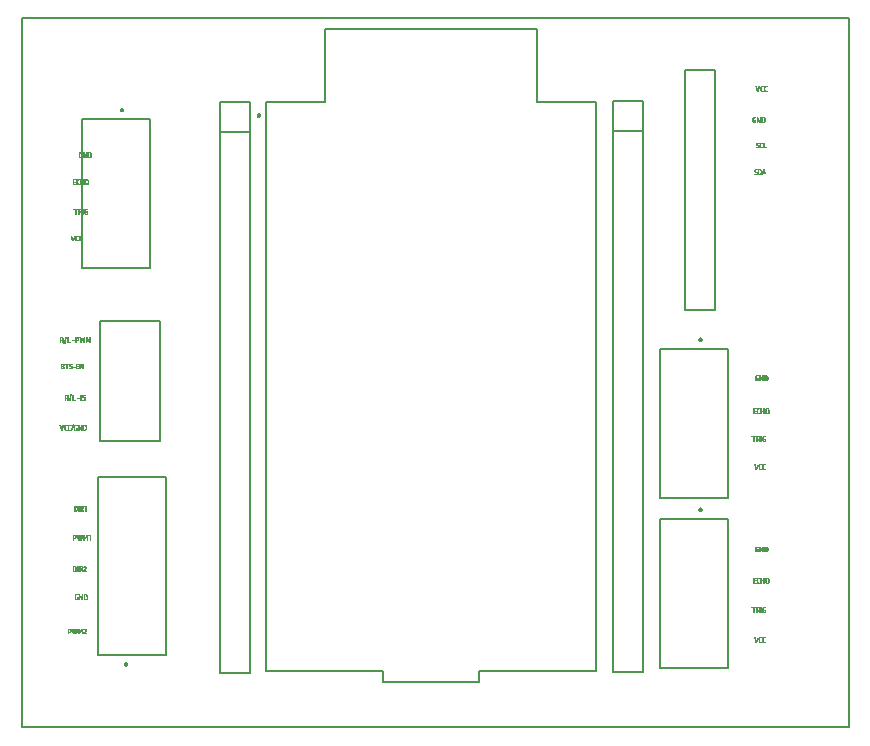
<source format=gbr>
G04 PROTEUS RS274X GERBER FILE*
%FSLAX45Y45*%
%MOMM*%
G01*
%ADD18C,0.200000*%
%ADD19C,0.127000*%
%ADD13C,0.203200*%
%ADD70C,0.063500*%
D18*
X-1484623Y+2178179D02*
X-1484658Y+2179010D01*
X-1484939Y+2180674D01*
X-1485529Y+2182338D01*
X-1486493Y+2184002D01*
X-1487968Y+2185643D01*
X-1489632Y+2186844D01*
X-1491296Y+2187609D01*
X-1492960Y+2188040D01*
X-1494623Y+2188179D01*
X-1504623Y+2178179D02*
X-1504588Y+2179010D01*
X-1504307Y+2180674D01*
X-1503717Y+2182338D01*
X-1502753Y+2184002D01*
X-1501278Y+2185643D01*
X-1499614Y+2186844D01*
X-1497950Y+2187609D01*
X-1496286Y+2188040D01*
X-1494623Y+2188179D01*
X-1504623Y+2178179D02*
X-1504588Y+2177348D01*
X-1504307Y+2175684D01*
X-1503717Y+2174020D01*
X-1502753Y+2172356D01*
X-1501278Y+2170715D01*
X-1499614Y+2169514D01*
X-1497950Y+2168749D01*
X-1496286Y+2168318D01*
X-1494623Y+2168179D01*
X-1484623Y+2178179D02*
X-1484658Y+2177348D01*
X-1484939Y+2175684D01*
X-1485529Y+2174020D01*
X-1486493Y+2172356D01*
X-1487968Y+2170715D01*
X-1489632Y+2169514D01*
X-1491296Y+2168749D01*
X-1492960Y+2168318D01*
X-1494623Y+2168179D01*
D19*
X-1432623Y+2291179D02*
X-1432623Y-2528821D01*
X+1357377Y-2528821D02*
X+1357377Y+2291179D01*
X+862377Y+2291179D01*
X-937623Y+2291179D02*
X-1432623Y+2291179D01*
X-937623Y+2291179D02*
X-937623Y+2911179D01*
X+862377Y+2911179D01*
X+862377Y+2291179D01*
X-1432623Y-2528821D02*
X-444623Y-2528821D01*
X-444623Y-2618821D01*
X+368377Y-2618821D01*
X+368377Y-2528821D01*
X+1357377Y-2528821D01*
D13*
X-3500000Y-3000000D02*
X+3500000Y-3000000D01*
X+3500000Y+3000000D01*
X-3500000Y+3000000D01*
X-3500000Y-3000000D01*
D19*
X-2279623Y-879599D02*
X-2279623Y-2389599D01*
X-2855623Y-2389599D01*
X-2855623Y-879599D01*
X-2279623Y-879599D01*
D18*
X-2610623Y-2469599D02*
X-2610658Y-2468768D01*
X-2610939Y-2467104D01*
X-2611529Y-2465440D01*
X-2612493Y-2463776D01*
X-2613968Y-2462135D01*
X-2615632Y-2460934D01*
X-2617296Y-2460169D01*
X-2618960Y-2459738D01*
X-2620623Y-2459599D01*
X-2630623Y-2469599D02*
X-2630588Y-2468768D01*
X-2630307Y-2467104D01*
X-2629717Y-2465440D01*
X-2628753Y-2463776D01*
X-2627278Y-2462135D01*
X-2625614Y-2460934D01*
X-2623950Y-2460169D01*
X-2622286Y-2459738D01*
X-2620623Y-2459599D01*
X-2630623Y-2469599D02*
X-2630588Y-2470430D01*
X-2630307Y-2472094D01*
X-2629717Y-2473758D01*
X-2628753Y-2475422D01*
X-2627278Y-2477063D01*
X-2625614Y-2478264D01*
X-2623950Y-2479029D01*
X-2622286Y-2479460D01*
X-2620623Y-2479599D01*
X-2610623Y-2469599D02*
X-2610658Y-2470430D01*
X-2610939Y-2472094D01*
X-2611529Y-2473758D01*
X-2612493Y-2475422D01*
X-2613968Y-2477063D01*
X-2615632Y-2478264D01*
X-2617296Y-2479029D01*
X-2618960Y-2479460D01*
X-2620623Y-2479599D01*
D19*
X-2993377Y+884821D02*
X-2993377Y+2144821D01*
X-2417377Y+2144821D01*
X-2417377Y+884821D01*
X-2993377Y+884821D01*
D18*
X-2642377Y+2224821D02*
X-2642412Y+2225652D01*
X-2642693Y+2227316D01*
X-2643283Y+2228980D01*
X-2644247Y+2230644D01*
X-2645722Y+2232285D01*
X-2647386Y+2233486D01*
X-2649050Y+2234251D01*
X-2650714Y+2234682D01*
X-2652377Y+2234821D01*
X-2662377Y+2224821D02*
X-2662342Y+2225652D01*
X-2662061Y+2227316D01*
X-2661471Y+2228980D01*
X-2660507Y+2230644D01*
X-2659032Y+2232285D01*
X-2657368Y+2233486D01*
X-2655704Y+2234251D01*
X-2654040Y+2234682D01*
X-2652377Y+2234821D01*
X-2662377Y+2224821D02*
X-2662342Y+2223990D01*
X-2662061Y+2222326D01*
X-2661471Y+2220662D01*
X-2660507Y+2218998D01*
X-2659032Y+2217357D01*
X-2657368Y+2216156D01*
X-2655704Y+2215391D01*
X-2654040Y+2214960D01*
X-2652377Y+2214821D01*
X-2642377Y+2224821D02*
X-2642412Y+2223990D01*
X-2642693Y+2222326D01*
X-2643283Y+2220662D01*
X-2644247Y+2218998D01*
X-2645722Y+2217357D01*
X-2647386Y+2216156D01*
X-2649050Y+2215391D01*
X-2650714Y+2214960D01*
X-2652377Y+2214821D01*
D19*
X+1904377Y-1058222D02*
X+1904377Y+201778D01*
X+2480377Y+201778D01*
X+2480377Y-1058222D01*
X+1904377Y-1058222D01*
D18*
X+2255377Y+281778D02*
X+2255342Y+282609D01*
X+2255061Y+284273D01*
X+2254471Y+285937D01*
X+2253507Y+287601D01*
X+2252032Y+289242D01*
X+2250368Y+290443D01*
X+2248704Y+291208D01*
X+2247040Y+291639D01*
X+2245377Y+291778D01*
X+2235377Y+281778D02*
X+2235412Y+282609D01*
X+2235693Y+284273D01*
X+2236283Y+285937D01*
X+2237247Y+287601D01*
X+2238722Y+289242D01*
X+2240386Y+290443D01*
X+2242050Y+291208D01*
X+2243714Y+291639D01*
X+2245377Y+291778D01*
X+2235377Y+281778D02*
X+2235412Y+280947D01*
X+2235693Y+279283D01*
X+2236283Y+277619D01*
X+2237247Y+275955D01*
X+2238722Y+274314D01*
X+2240386Y+273113D01*
X+2242050Y+272348D01*
X+2243714Y+271917D01*
X+2245377Y+271778D01*
X+2255377Y+281778D02*
X+2255342Y+280947D01*
X+2255061Y+279283D01*
X+2254471Y+277619D01*
X+2253507Y+275955D01*
X+2252032Y+274314D01*
X+2250368Y+273113D01*
X+2248704Y+272348D01*
X+2247040Y+271917D01*
X+2245377Y+271778D01*
D19*
X+1904377Y-2499420D02*
X+1904377Y-1239420D01*
X+2480377Y-1239420D01*
X+2480377Y-2499420D01*
X+1904377Y-2499420D01*
D18*
X+2255377Y-1159420D02*
X+2255342Y-1158589D01*
X+2255061Y-1156925D01*
X+2254471Y-1155261D01*
X+2253507Y-1153597D01*
X+2252032Y-1151956D01*
X+2250368Y-1150755D01*
X+2248704Y-1149990D01*
X+2247040Y-1149559D01*
X+2245377Y-1149420D01*
X+2235377Y-1159420D02*
X+2235412Y-1158589D01*
X+2235693Y-1156925D01*
X+2236283Y-1155261D01*
X+2237247Y-1153597D01*
X+2238722Y-1151956D01*
X+2240386Y-1150755D01*
X+2242050Y-1149990D01*
X+2243714Y-1149559D01*
X+2245377Y-1149420D01*
X+2235377Y-1159420D02*
X+2235412Y-1160251D01*
X+2235693Y-1161915D01*
X+2236283Y-1163579D01*
X+2237247Y-1165243D01*
X+2238722Y-1166884D01*
X+2240386Y-1168085D01*
X+2242050Y-1168850D01*
X+2243714Y-1169281D01*
X+2245377Y-1169420D01*
X+2255377Y-1159420D02*
X+2255342Y-1160251D01*
X+2255061Y-1161915D01*
X+2254471Y-1163579D01*
X+2253507Y-1165243D01*
X+2252032Y-1166884D01*
X+2250368Y-1168085D01*
X+2248704Y-1168850D01*
X+2247040Y-1169281D01*
X+2245377Y-1169420D01*
D13*
X-2838939Y-579768D02*
X-2330939Y-579768D01*
X-2330939Y+436232D01*
X-2838939Y+436232D01*
X-2838939Y-579768D01*
X+2118037Y+526519D02*
X+2372037Y+526519D01*
X+2372037Y+2558519D01*
X+2118037Y+2558519D01*
X+2118037Y+526519D01*
X-1824623Y-2543821D02*
X-1570623Y-2543821D01*
X-1570623Y+2288179D01*
X-1824623Y+2288179D01*
X-1824623Y-2543821D01*
X-1570623Y+2034179D02*
X-1824623Y+2034179D01*
X+1505377Y-2533821D02*
X+1759377Y-2533821D01*
X+1759377Y+2298179D01*
X+1505377Y+2298179D01*
X+1505377Y-2533821D01*
X+1759377Y+2044179D02*
X+1505377Y+2044179D01*
D70*
X-3072662Y+1120380D02*
X-3067582Y+1120380D01*
X-3042182Y+1120380D02*
X-3021862Y+1120380D01*
X-3011702Y+1120380D02*
X-2991382Y+1120380D01*
X-3077742Y+1125460D02*
X-3067582Y+1125460D01*
X-3047262Y+1125460D02*
X-3042182Y+1125460D01*
X-3016782Y+1125460D02*
X-3011702Y+1125460D01*
X-3077742Y+1130540D02*
X-3072662Y+1130540D01*
X-3067582Y+1130540D02*
X-3062502Y+1130540D01*
X-3047262Y+1130540D02*
X-3042182Y+1130540D01*
X-3016782Y+1130540D02*
X-3011702Y+1130540D01*
X-3082822Y+1135620D02*
X-3077742Y+1135620D01*
X-3067582Y+1135620D02*
X-3062502Y+1135620D01*
X-3047262Y+1135620D02*
X-3042182Y+1135620D01*
X-3016782Y+1135620D02*
X-3011702Y+1135620D01*
X-3082822Y+1140700D02*
X-3077742Y+1140700D01*
X-3067582Y+1140700D02*
X-3062502Y+1140700D01*
X-3047262Y+1140700D02*
X-3042182Y+1140700D01*
X-3016782Y+1140700D02*
X-3011702Y+1140700D01*
X-3082822Y+1145780D02*
X-3077742Y+1145780D01*
X-3062502Y+1145780D02*
X-3057422Y+1145780D01*
X-3047262Y+1145780D02*
X-3042182Y+1145780D01*
X-3016782Y+1145780D02*
X-3011702Y+1145780D01*
X-3082822Y+1150860D02*
X-3077742Y+1150860D01*
X-3062502Y+1150860D02*
X-3057422Y+1150860D01*
X-3047262Y+1150860D02*
X-3042182Y+1150860D01*
X-3016782Y+1150860D02*
X-3011702Y+1150860D01*
X-3087902Y+1155940D02*
X-3082822Y+1155940D01*
X-3062502Y+1155940D02*
X-3057422Y+1155940D01*
X-3047262Y+1155940D02*
X-3042182Y+1155940D01*
X-3016782Y+1155940D02*
X-3011702Y+1155940D01*
X-3087902Y+1161020D02*
X-3082822Y+1161020D01*
X-3042182Y+1161020D02*
X-3021862Y+1161020D01*
X-3011702Y+1161020D02*
X-2991382Y+1161020D01*
X-3069563Y+1597360D02*
X-3044163Y+1597360D01*
X-3034003Y+1597360D02*
X-3013683Y+1597360D01*
X-3008603Y+1597360D02*
X-3003523Y+1597360D01*
X-2988283Y+1597360D02*
X-2978123Y+1597360D01*
X-2962883Y+1597360D02*
X-2942563Y+1597360D01*
X-3069563Y+1602440D02*
X-3064483Y+1602440D01*
X-3039083Y+1602440D02*
X-3028923Y+1602440D01*
X-3008603Y+1602440D02*
X-3003523Y+1602440D01*
X-2988283Y+1602440D02*
X-2978123Y+1602440D01*
X-2967963Y+1602440D02*
X-2957803Y+1602440D01*
X-2947643Y+1602440D02*
X-2937483Y+1602440D01*
X-3069563Y+1607520D02*
X-3064483Y+1607520D01*
X-3039083Y+1607520D02*
X-3034003Y+1607520D01*
X-3008603Y+1607520D02*
X-3003523Y+1607520D01*
X-2988283Y+1607520D02*
X-2978123Y+1607520D01*
X-2967963Y+1607520D02*
X-2962883Y+1607520D01*
X-2947643Y+1607520D02*
X-2937483Y+1607520D01*
X-3069563Y+1612600D02*
X-3064483Y+1612600D01*
X-3039083Y+1612600D02*
X-3034003Y+1612600D01*
X-3008603Y+1612600D02*
X-3003523Y+1612600D01*
X-2988283Y+1612600D02*
X-2978123Y+1612600D01*
X-2967963Y+1612600D02*
X-2962883Y+1612600D01*
X-2942563Y+1612600D02*
X-2937483Y+1612600D01*
X-3069563Y+1617680D02*
X-3049243Y+1617680D01*
X-3039083Y+1617680D02*
X-3034003Y+1617680D01*
X-3008603Y+1617680D02*
X-2978123Y+1617680D01*
X-2967963Y+1617680D02*
X-2962883Y+1617680D01*
X-2942563Y+1617680D02*
X-2937483Y+1617680D01*
X-3069563Y+1622760D02*
X-3064483Y+1622760D01*
X-3039083Y+1622760D02*
X-3034003Y+1622760D01*
X-3008603Y+1622760D02*
X-3003523Y+1622760D01*
X-2988283Y+1622760D02*
X-2978123Y+1622760D01*
X-2967963Y+1622760D02*
X-2962883Y+1622760D01*
X-2942563Y+1622760D02*
X-2937483Y+1622760D01*
X-3069563Y+1627840D02*
X-3064483Y+1627840D01*
X-3039083Y+1627840D02*
X-3034003Y+1627840D01*
X-3008603Y+1627840D02*
X-3003523Y+1627840D01*
X-2988283Y+1627840D02*
X-2978123Y+1627840D01*
X-2967963Y+1627840D02*
X-2962883Y+1627840D01*
X-2947643Y+1627840D02*
X-2937483Y+1627840D01*
X-3069563Y+1632920D02*
X-3064483Y+1632920D01*
X-3039083Y+1632920D02*
X-3028923Y+1632920D01*
X-3008603Y+1632920D02*
X-3003523Y+1632920D01*
X-2988283Y+1632920D02*
X-2978123Y+1632920D01*
X-2967963Y+1632920D02*
X-2957803Y+1632920D01*
X-2947643Y+1632920D02*
X-2942563Y+1632920D01*
X-3069563Y+1638000D02*
X-3044163Y+1638000D01*
X-3034003Y+1638000D02*
X-3013683Y+1638000D01*
X-3008603Y+1638000D02*
X-3003523Y+1638000D01*
X-2988283Y+1638000D02*
X-2978123Y+1638000D01*
X-2962883Y+1638000D02*
X-2947643Y+1638000D01*
X-3048854Y+1347360D02*
X-3043774Y+1347360D01*
X-3023454Y+1347360D02*
X-3018374Y+1347360D01*
X-3003134Y+1347360D02*
X-2992974Y+1347360D01*
X-2987894Y+1347360D02*
X-2982814Y+1347360D01*
X-2967574Y+1347360D02*
X-2947254Y+1347360D01*
X-3048854Y+1352440D02*
X-3043774Y+1352440D01*
X-3023454Y+1352440D02*
X-3018374Y+1352440D01*
X-3003134Y+1352440D02*
X-2998054Y+1352440D01*
X-2987894Y+1352440D02*
X-2982814Y+1352440D01*
X-2972654Y+1352440D02*
X-2962494Y+1352440D01*
X-2952334Y+1352440D02*
X-2947254Y+1352440D01*
X-3048854Y+1357520D02*
X-3043774Y+1357520D01*
X-3023454Y+1357520D02*
X-3018374Y+1357520D01*
X-3008214Y+1357520D02*
X-2998054Y+1357520D01*
X-2987894Y+1357520D02*
X-2982814Y+1357520D01*
X-2972654Y+1357520D02*
X-2967574Y+1357520D01*
X-2952334Y+1357520D02*
X-2947254Y+1357520D01*
X-3048854Y+1362600D02*
X-3043774Y+1362600D01*
X-3023454Y+1362600D02*
X-3003134Y+1362600D01*
X-2987894Y+1362600D02*
X-2982814Y+1362600D01*
X-2972654Y+1362600D02*
X-2967574Y+1362600D01*
X-2957414Y+1362600D02*
X-2947254Y+1362600D01*
X-3048854Y+1367680D02*
X-3043774Y+1367680D01*
X-3023454Y+1367680D02*
X-3018374Y+1367680D01*
X-3008214Y+1367680D02*
X-2998054Y+1367680D01*
X-2987894Y+1367680D02*
X-2982814Y+1367680D01*
X-2972654Y+1367680D02*
X-2967574Y+1367680D01*
X-2957414Y+1367680D02*
X-2947254Y+1367680D01*
X-3048854Y+1372760D02*
X-3043774Y+1372760D01*
X-3023454Y+1372760D02*
X-3018374Y+1372760D01*
X-3003134Y+1372760D02*
X-2998054Y+1372760D01*
X-2987894Y+1372760D02*
X-2982814Y+1372760D01*
X-2972654Y+1372760D02*
X-2967574Y+1372760D01*
X-3048854Y+1377840D02*
X-3043774Y+1377840D01*
X-3023454Y+1377840D02*
X-3018374Y+1377840D01*
X-3003134Y+1377840D02*
X-2998054Y+1377840D01*
X-2987894Y+1377840D02*
X-2982814Y+1377840D01*
X-2972654Y+1377840D02*
X-2967574Y+1377840D01*
X-3048854Y+1382920D02*
X-3043774Y+1382920D01*
X-3023454Y+1382920D02*
X-3018374Y+1382920D01*
X-3003134Y+1382920D02*
X-2998054Y+1382920D01*
X-2987894Y+1382920D02*
X-2982814Y+1382920D01*
X-2972654Y+1382920D02*
X-2962494Y+1382920D01*
X-3064094Y+1388000D02*
X-3033614Y+1388000D01*
X-3023454Y+1388000D02*
X-3003134Y+1388000D01*
X-2987894Y+1388000D02*
X-2982814Y+1388000D01*
X-2967574Y+1388000D02*
X-2947254Y+1388000D01*
X-3014311Y+1824340D02*
X-2993991Y+1824340D01*
X-2983831Y+1824340D02*
X-2978751Y+1824340D01*
X-2963511Y+1824340D02*
X-2953351Y+1824340D01*
X-2943191Y+1824340D02*
X-2917791Y+1824340D01*
X-3019391Y+1829420D02*
X-3009231Y+1829420D01*
X-2999071Y+1829420D02*
X-2993991Y+1829420D01*
X-2983831Y+1829420D02*
X-2978751Y+1829420D01*
X-2963511Y+1829420D02*
X-2953351Y+1829420D01*
X-2943191Y+1829420D02*
X-2938111Y+1829420D01*
X-2922871Y+1829420D02*
X-2917791Y+1829420D01*
X-3019391Y+1834500D02*
X-3014311Y+1834500D01*
X-2999071Y+1834500D02*
X-2993991Y+1834500D01*
X-2983831Y+1834500D02*
X-2978751Y+1834500D01*
X-2968591Y+1834500D02*
X-2963511Y+1834500D01*
X-2958431Y+1834500D02*
X-2953351Y+1834500D01*
X-2943191Y+1834500D02*
X-2938111Y+1834500D01*
X-2922871Y+1834500D02*
X-2912711Y+1834500D01*
X-3019391Y+1839580D02*
X-3014311Y+1839580D01*
X-3004151Y+1839580D02*
X-2993991Y+1839580D01*
X-2983831Y+1839580D02*
X-2978751Y+1839580D01*
X-2968591Y+1839580D02*
X-2963511Y+1839580D01*
X-2958431Y+1839580D02*
X-2953351Y+1839580D01*
X-2943191Y+1839580D02*
X-2938111Y+1839580D01*
X-2922871Y+1839580D02*
X-2912711Y+1839580D01*
X-3019391Y+1844660D02*
X-3014311Y+1844660D01*
X-3004151Y+1844660D02*
X-2993991Y+1844660D01*
X-2983831Y+1844660D02*
X-2978751Y+1844660D01*
X-2973671Y+1844660D02*
X-2968591Y+1844660D01*
X-2958431Y+1844660D02*
X-2953351Y+1844660D01*
X-2943191Y+1844660D02*
X-2938111Y+1844660D01*
X-2922871Y+1844660D02*
X-2912711Y+1844660D01*
X-3019391Y+1849740D02*
X-3014311Y+1849740D01*
X-2983831Y+1849740D02*
X-2978751Y+1849740D01*
X-2973671Y+1849740D02*
X-2968591Y+1849740D01*
X-2958431Y+1849740D02*
X-2953351Y+1849740D01*
X-2943191Y+1849740D02*
X-2938111Y+1849740D01*
X-2922871Y+1849740D02*
X-2912711Y+1849740D01*
X-3019391Y+1854820D02*
X-3014311Y+1854820D01*
X-2983831Y+1854820D02*
X-2973671Y+1854820D01*
X-2958431Y+1854820D02*
X-2953351Y+1854820D01*
X-2943191Y+1854820D02*
X-2938111Y+1854820D01*
X-2922871Y+1854820D02*
X-2912711Y+1854820D01*
X-3019391Y+1859900D02*
X-3009231Y+1859900D01*
X-2983831Y+1859900D02*
X-2973671Y+1859900D01*
X-2958431Y+1859900D02*
X-2953351Y+1859900D01*
X-2943191Y+1859900D02*
X-2938111Y+1859900D01*
X-2922871Y+1859900D02*
X-2917791Y+1859900D01*
X-3014311Y+1864980D02*
X-2993991Y+1864980D01*
X-2983831Y+1864980D02*
X-2978751Y+1864980D01*
X-2958431Y+1864980D02*
X-2953351Y+1864980D01*
X-2943191Y+1864980D02*
X-2922871Y+1864980D01*
X+2713040Y-817678D02*
X+2718120Y-817678D01*
X+2743520Y-817678D02*
X+2763840Y-817678D01*
X+2774000Y-817678D02*
X+2794320Y-817678D01*
X+2707960Y-812598D02*
X+2718120Y-812598D01*
X+2738440Y-812598D02*
X+2743520Y-812598D01*
X+2768920Y-812598D02*
X+2774000Y-812598D01*
X+2707960Y-807518D02*
X+2713040Y-807518D01*
X+2718120Y-807518D02*
X+2723200Y-807518D01*
X+2738440Y-807518D02*
X+2743520Y-807518D01*
X+2768920Y-807518D02*
X+2774000Y-807518D01*
X+2702880Y-802438D02*
X+2707960Y-802438D01*
X+2718120Y-802438D02*
X+2723200Y-802438D01*
X+2738440Y-802438D02*
X+2743520Y-802438D01*
X+2768920Y-802438D02*
X+2774000Y-802438D01*
X+2702880Y-797358D02*
X+2707960Y-797358D01*
X+2718120Y-797358D02*
X+2723200Y-797358D01*
X+2738440Y-797358D02*
X+2743520Y-797358D01*
X+2768920Y-797358D02*
X+2774000Y-797358D01*
X+2702880Y-792278D02*
X+2707960Y-792278D01*
X+2723200Y-792278D02*
X+2728280Y-792278D01*
X+2738440Y-792278D02*
X+2743520Y-792278D01*
X+2768920Y-792278D02*
X+2774000Y-792278D01*
X+2702880Y-787198D02*
X+2707960Y-787198D01*
X+2723200Y-787198D02*
X+2728280Y-787198D01*
X+2738440Y-787198D02*
X+2743520Y-787198D01*
X+2768920Y-787198D02*
X+2774000Y-787198D01*
X+2697800Y-782118D02*
X+2702880Y-782118D01*
X+2723200Y-782118D02*
X+2728280Y-782118D01*
X+2738440Y-782118D02*
X+2743520Y-782118D01*
X+2768920Y-782118D02*
X+2774000Y-782118D01*
X+2697800Y-777038D02*
X+2702880Y-777038D01*
X+2743520Y-777038D02*
X+2763840Y-777038D01*
X+2774000Y-777038D02*
X+2794320Y-777038D01*
X+2692040Y-342380D02*
X+2717440Y-342380D01*
X+2727600Y-342380D02*
X+2747920Y-342380D01*
X+2753000Y-342380D02*
X+2758080Y-342380D01*
X+2773320Y-342380D02*
X+2783480Y-342380D01*
X+2798720Y-342380D02*
X+2819040Y-342380D01*
X+2692040Y-337300D02*
X+2697120Y-337300D01*
X+2722520Y-337300D02*
X+2732680Y-337300D01*
X+2753000Y-337300D02*
X+2758080Y-337300D01*
X+2773320Y-337300D02*
X+2783480Y-337300D01*
X+2793640Y-337300D02*
X+2803800Y-337300D01*
X+2813960Y-337300D02*
X+2824120Y-337300D01*
X+2692040Y-332220D02*
X+2697120Y-332220D01*
X+2722520Y-332220D02*
X+2727600Y-332220D01*
X+2753000Y-332220D02*
X+2758080Y-332220D01*
X+2773320Y-332220D02*
X+2783480Y-332220D01*
X+2793640Y-332220D02*
X+2798720Y-332220D01*
X+2813960Y-332220D02*
X+2824120Y-332220D01*
X+2692040Y-327140D02*
X+2697120Y-327140D01*
X+2722520Y-327140D02*
X+2727600Y-327140D01*
X+2753000Y-327140D02*
X+2758080Y-327140D01*
X+2773320Y-327140D02*
X+2783480Y-327140D01*
X+2793640Y-327140D02*
X+2798720Y-327140D01*
X+2819040Y-327140D02*
X+2824120Y-327140D01*
X+2692040Y-322060D02*
X+2712360Y-322060D01*
X+2722520Y-322060D02*
X+2727600Y-322060D01*
X+2753000Y-322060D02*
X+2783480Y-322060D01*
X+2793640Y-322060D02*
X+2798720Y-322060D01*
X+2819040Y-322060D02*
X+2824120Y-322060D01*
X+2692040Y-316980D02*
X+2697120Y-316980D01*
X+2722520Y-316980D02*
X+2727600Y-316980D01*
X+2753000Y-316980D02*
X+2758080Y-316980D01*
X+2773320Y-316980D02*
X+2783480Y-316980D01*
X+2793640Y-316980D02*
X+2798720Y-316980D01*
X+2819040Y-316980D02*
X+2824120Y-316980D01*
X+2692040Y-311900D02*
X+2697120Y-311900D01*
X+2722520Y-311900D02*
X+2727600Y-311900D01*
X+2753000Y-311900D02*
X+2758080Y-311900D01*
X+2773320Y-311900D02*
X+2783480Y-311900D01*
X+2793640Y-311900D02*
X+2798720Y-311900D01*
X+2813960Y-311900D02*
X+2824120Y-311900D01*
X+2692040Y-306820D02*
X+2697120Y-306820D01*
X+2722520Y-306820D02*
X+2732680Y-306820D01*
X+2753000Y-306820D02*
X+2758080Y-306820D01*
X+2773320Y-306820D02*
X+2783480Y-306820D01*
X+2793640Y-306820D02*
X+2803800Y-306820D01*
X+2813960Y-306820D02*
X+2819040Y-306820D01*
X+2692040Y-301740D02*
X+2717440Y-301740D01*
X+2727600Y-301740D02*
X+2747920Y-301740D01*
X+2753000Y-301740D02*
X+2758080Y-301740D01*
X+2773320Y-301740D02*
X+2783480Y-301740D01*
X+2798720Y-301740D02*
X+2813960Y-301740D01*
X+2691149Y-577640D02*
X+2696229Y-577640D01*
X+2716549Y-577640D02*
X+2721629Y-577640D01*
X+2736869Y-577640D02*
X+2747029Y-577640D01*
X+2752109Y-577640D02*
X+2757189Y-577640D01*
X+2772429Y-577640D02*
X+2792749Y-577640D01*
X+2691149Y-572560D02*
X+2696229Y-572560D01*
X+2716549Y-572560D02*
X+2721629Y-572560D01*
X+2736869Y-572560D02*
X+2741949Y-572560D01*
X+2752109Y-572560D02*
X+2757189Y-572560D01*
X+2767349Y-572560D02*
X+2777509Y-572560D01*
X+2787669Y-572560D02*
X+2792749Y-572560D01*
X+2691149Y-567480D02*
X+2696229Y-567480D01*
X+2716549Y-567480D02*
X+2721629Y-567480D01*
X+2731789Y-567480D02*
X+2741949Y-567480D01*
X+2752109Y-567480D02*
X+2757189Y-567480D01*
X+2767349Y-567480D02*
X+2772429Y-567480D01*
X+2787669Y-567480D02*
X+2792749Y-567480D01*
X+2691149Y-562400D02*
X+2696229Y-562400D01*
X+2716549Y-562400D02*
X+2736869Y-562400D01*
X+2752109Y-562400D02*
X+2757189Y-562400D01*
X+2767349Y-562400D02*
X+2772429Y-562400D01*
X+2782589Y-562400D02*
X+2792749Y-562400D01*
X+2691149Y-557320D02*
X+2696229Y-557320D01*
X+2716549Y-557320D02*
X+2721629Y-557320D01*
X+2731789Y-557320D02*
X+2741949Y-557320D01*
X+2752109Y-557320D02*
X+2757189Y-557320D01*
X+2767349Y-557320D02*
X+2772429Y-557320D01*
X+2782589Y-557320D02*
X+2792749Y-557320D01*
X+2691149Y-552240D02*
X+2696229Y-552240D01*
X+2716549Y-552240D02*
X+2721629Y-552240D01*
X+2736869Y-552240D02*
X+2741949Y-552240D01*
X+2752109Y-552240D02*
X+2757189Y-552240D01*
X+2767349Y-552240D02*
X+2772429Y-552240D01*
X+2691149Y-547160D02*
X+2696229Y-547160D01*
X+2716549Y-547160D02*
X+2721629Y-547160D01*
X+2736869Y-547160D02*
X+2741949Y-547160D01*
X+2752109Y-547160D02*
X+2757189Y-547160D01*
X+2767349Y-547160D02*
X+2772429Y-547160D01*
X+2691149Y-542080D02*
X+2696229Y-542080D01*
X+2716549Y-542080D02*
X+2721629Y-542080D01*
X+2736869Y-542080D02*
X+2741949Y-542080D01*
X+2752109Y-542080D02*
X+2757189Y-542080D01*
X+2767349Y-542080D02*
X+2777509Y-542080D01*
X+2675909Y-537000D02*
X+2706389Y-537000D01*
X+2716549Y-537000D02*
X+2736869Y-537000D01*
X+2752109Y-537000D02*
X+2757189Y-537000D01*
X+2772429Y-537000D02*
X+2792749Y-537000D01*
X+2711593Y-62900D02*
X+2731913Y-62900D01*
X+2742073Y-62900D02*
X+2747153Y-62900D01*
X+2762393Y-62900D02*
X+2772553Y-62900D01*
X+2782713Y-62900D02*
X+2808113Y-62900D01*
X+2706513Y-57820D02*
X+2716673Y-57820D01*
X+2726833Y-57820D02*
X+2731913Y-57820D01*
X+2742073Y-57820D02*
X+2747153Y-57820D01*
X+2762393Y-57820D02*
X+2772553Y-57820D01*
X+2782713Y-57820D02*
X+2787793Y-57820D01*
X+2803033Y-57820D02*
X+2808113Y-57820D01*
X+2706513Y-52740D02*
X+2711593Y-52740D01*
X+2726833Y-52740D02*
X+2731913Y-52740D01*
X+2742073Y-52740D02*
X+2747153Y-52740D01*
X+2757313Y-52740D02*
X+2762393Y-52740D01*
X+2767473Y-52740D02*
X+2772553Y-52740D01*
X+2782713Y-52740D02*
X+2787793Y-52740D01*
X+2803033Y-52740D02*
X+2813193Y-52740D01*
X+2706513Y-47660D02*
X+2711593Y-47660D01*
X+2721753Y-47660D02*
X+2731913Y-47660D01*
X+2742073Y-47660D02*
X+2747153Y-47660D01*
X+2757313Y-47660D02*
X+2762393Y-47660D01*
X+2767473Y-47660D02*
X+2772553Y-47660D01*
X+2782713Y-47660D02*
X+2787793Y-47660D01*
X+2803033Y-47660D02*
X+2813193Y-47660D01*
X+2706513Y-42580D02*
X+2711593Y-42580D01*
X+2721753Y-42580D02*
X+2731913Y-42580D01*
X+2742073Y-42580D02*
X+2747153Y-42580D01*
X+2752233Y-42580D02*
X+2757313Y-42580D01*
X+2767473Y-42580D02*
X+2772553Y-42580D01*
X+2782713Y-42580D02*
X+2787793Y-42580D01*
X+2803033Y-42580D02*
X+2813193Y-42580D01*
X+2706513Y-37500D02*
X+2711593Y-37500D01*
X+2742073Y-37500D02*
X+2747153Y-37500D01*
X+2752233Y-37500D02*
X+2757313Y-37500D01*
X+2767473Y-37500D02*
X+2772553Y-37500D01*
X+2782713Y-37500D02*
X+2787793Y-37500D01*
X+2803033Y-37500D02*
X+2813193Y-37500D01*
X+2706513Y-32420D02*
X+2711593Y-32420D01*
X+2742073Y-32420D02*
X+2752233Y-32420D01*
X+2767473Y-32420D02*
X+2772553Y-32420D01*
X+2782713Y-32420D02*
X+2787793Y-32420D01*
X+2803033Y-32420D02*
X+2813193Y-32420D01*
X+2706513Y-27340D02*
X+2716673Y-27340D01*
X+2742073Y-27340D02*
X+2752233Y-27340D01*
X+2767473Y-27340D02*
X+2772553Y-27340D01*
X+2782713Y-27340D02*
X+2787793Y-27340D01*
X+2803033Y-27340D02*
X+2808113Y-27340D01*
X+2711593Y-22260D02*
X+2731913Y-22260D01*
X+2742073Y-22260D02*
X+2747153Y-22260D01*
X+2767473Y-22260D02*
X+2772553Y-22260D01*
X+2782713Y-22260D02*
X+2803033Y-22260D01*
X+2713040Y-2282418D02*
X+2718120Y-2282418D01*
X+2743520Y-2282418D02*
X+2763840Y-2282418D01*
X+2774000Y-2282418D02*
X+2794320Y-2282418D01*
X+2707960Y-2277338D02*
X+2718120Y-2277338D01*
X+2738440Y-2277338D02*
X+2743520Y-2277338D01*
X+2768920Y-2277338D02*
X+2774000Y-2277338D01*
X+2707960Y-2272258D02*
X+2713040Y-2272258D01*
X+2718120Y-2272258D02*
X+2723200Y-2272258D01*
X+2738440Y-2272258D02*
X+2743520Y-2272258D01*
X+2768920Y-2272258D02*
X+2774000Y-2272258D01*
X+2702880Y-2267178D02*
X+2707960Y-2267178D01*
X+2718120Y-2267178D02*
X+2723200Y-2267178D01*
X+2738440Y-2267178D02*
X+2743520Y-2267178D01*
X+2768920Y-2267178D02*
X+2774000Y-2267178D01*
X+2702880Y-2262098D02*
X+2707960Y-2262098D01*
X+2718120Y-2262098D02*
X+2723200Y-2262098D01*
X+2738440Y-2262098D02*
X+2743520Y-2262098D01*
X+2768920Y-2262098D02*
X+2774000Y-2262098D01*
X+2702880Y-2257018D02*
X+2707960Y-2257018D01*
X+2723200Y-2257018D02*
X+2728280Y-2257018D01*
X+2738440Y-2257018D02*
X+2743520Y-2257018D01*
X+2768920Y-2257018D02*
X+2774000Y-2257018D01*
X+2702880Y-2251938D02*
X+2707960Y-2251938D01*
X+2723200Y-2251938D02*
X+2728280Y-2251938D01*
X+2738440Y-2251938D02*
X+2743520Y-2251938D01*
X+2768920Y-2251938D02*
X+2774000Y-2251938D01*
X+2697800Y-2246858D02*
X+2702880Y-2246858D01*
X+2723200Y-2246858D02*
X+2728280Y-2246858D01*
X+2738440Y-2246858D02*
X+2743520Y-2246858D01*
X+2768920Y-2246858D02*
X+2774000Y-2246858D01*
X+2697800Y-2241778D02*
X+2702880Y-2241778D01*
X+2743520Y-2241778D02*
X+2763840Y-2241778D01*
X+2774000Y-2241778D02*
X+2794320Y-2241778D01*
X+2692040Y-1777640D02*
X+2717440Y-1777640D01*
X+2727600Y-1777640D02*
X+2747920Y-1777640D01*
X+2753000Y-1777640D02*
X+2758080Y-1777640D01*
X+2773320Y-1777640D02*
X+2783480Y-1777640D01*
X+2798720Y-1777640D02*
X+2819040Y-1777640D01*
X+2692040Y-1772560D02*
X+2697120Y-1772560D01*
X+2722520Y-1772560D02*
X+2732680Y-1772560D01*
X+2753000Y-1772560D02*
X+2758080Y-1772560D01*
X+2773320Y-1772560D02*
X+2783480Y-1772560D01*
X+2793640Y-1772560D02*
X+2803800Y-1772560D01*
X+2813960Y-1772560D02*
X+2824120Y-1772560D01*
X+2692040Y-1767480D02*
X+2697120Y-1767480D01*
X+2722520Y-1767480D02*
X+2727600Y-1767480D01*
X+2753000Y-1767480D02*
X+2758080Y-1767480D01*
X+2773320Y-1767480D02*
X+2783480Y-1767480D01*
X+2793640Y-1767480D02*
X+2798720Y-1767480D01*
X+2813960Y-1767480D02*
X+2824120Y-1767480D01*
X+2692040Y-1762400D02*
X+2697120Y-1762400D01*
X+2722520Y-1762400D02*
X+2727600Y-1762400D01*
X+2753000Y-1762400D02*
X+2758080Y-1762400D01*
X+2773320Y-1762400D02*
X+2783480Y-1762400D01*
X+2793640Y-1762400D02*
X+2798720Y-1762400D01*
X+2819040Y-1762400D02*
X+2824120Y-1762400D01*
X+2692040Y-1757320D02*
X+2712360Y-1757320D01*
X+2722520Y-1757320D02*
X+2727600Y-1757320D01*
X+2753000Y-1757320D02*
X+2783480Y-1757320D01*
X+2793640Y-1757320D02*
X+2798720Y-1757320D01*
X+2819040Y-1757320D02*
X+2824120Y-1757320D01*
X+2692040Y-1752240D02*
X+2697120Y-1752240D01*
X+2722520Y-1752240D02*
X+2727600Y-1752240D01*
X+2753000Y-1752240D02*
X+2758080Y-1752240D01*
X+2773320Y-1752240D02*
X+2783480Y-1752240D01*
X+2793640Y-1752240D02*
X+2798720Y-1752240D01*
X+2819040Y-1752240D02*
X+2824120Y-1752240D01*
X+2692040Y-1747160D02*
X+2697120Y-1747160D01*
X+2722520Y-1747160D02*
X+2727600Y-1747160D01*
X+2753000Y-1747160D02*
X+2758080Y-1747160D01*
X+2773320Y-1747160D02*
X+2783480Y-1747160D01*
X+2793640Y-1747160D02*
X+2798720Y-1747160D01*
X+2813960Y-1747160D02*
X+2824120Y-1747160D01*
X+2692040Y-1742080D02*
X+2697120Y-1742080D01*
X+2722520Y-1742080D02*
X+2732680Y-1742080D01*
X+2753000Y-1742080D02*
X+2758080Y-1742080D01*
X+2773320Y-1742080D02*
X+2783480Y-1742080D01*
X+2793640Y-1742080D02*
X+2803800Y-1742080D01*
X+2813960Y-1742080D02*
X+2819040Y-1742080D01*
X+2692040Y-1737000D02*
X+2717440Y-1737000D01*
X+2727600Y-1737000D02*
X+2747920Y-1737000D01*
X+2753000Y-1737000D02*
X+2758080Y-1737000D01*
X+2773320Y-1737000D02*
X+2783480Y-1737000D01*
X+2798720Y-1737000D02*
X+2813960Y-1737000D01*
X+2691149Y-2027640D02*
X+2696229Y-2027640D01*
X+2716549Y-2027640D02*
X+2721629Y-2027640D01*
X+2736869Y-2027640D02*
X+2747029Y-2027640D01*
X+2752109Y-2027640D02*
X+2757189Y-2027640D01*
X+2772429Y-2027640D02*
X+2792749Y-2027640D01*
X+2691149Y-2022560D02*
X+2696229Y-2022560D01*
X+2716549Y-2022560D02*
X+2721629Y-2022560D01*
X+2736869Y-2022560D02*
X+2741949Y-2022560D01*
X+2752109Y-2022560D02*
X+2757189Y-2022560D01*
X+2767349Y-2022560D02*
X+2777509Y-2022560D01*
X+2787669Y-2022560D02*
X+2792749Y-2022560D01*
X+2691149Y-2017480D02*
X+2696229Y-2017480D01*
X+2716549Y-2017480D02*
X+2721629Y-2017480D01*
X+2731789Y-2017480D02*
X+2741949Y-2017480D01*
X+2752109Y-2017480D02*
X+2757189Y-2017480D01*
X+2767349Y-2017480D02*
X+2772429Y-2017480D01*
X+2787669Y-2017480D02*
X+2792749Y-2017480D01*
X+2691149Y-2012400D02*
X+2696229Y-2012400D01*
X+2716549Y-2012400D02*
X+2736869Y-2012400D01*
X+2752109Y-2012400D02*
X+2757189Y-2012400D01*
X+2767349Y-2012400D02*
X+2772429Y-2012400D01*
X+2782589Y-2012400D02*
X+2792749Y-2012400D01*
X+2691149Y-2007320D02*
X+2696229Y-2007320D01*
X+2716549Y-2007320D02*
X+2721629Y-2007320D01*
X+2731789Y-2007320D02*
X+2741949Y-2007320D01*
X+2752109Y-2007320D02*
X+2757189Y-2007320D01*
X+2767349Y-2007320D02*
X+2772429Y-2007320D01*
X+2782589Y-2007320D02*
X+2792749Y-2007320D01*
X+2691149Y-2002240D02*
X+2696229Y-2002240D01*
X+2716549Y-2002240D02*
X+2721629Y-2002240D01*
X+2736869Y-2002240D02*
X+2741949Y-2002240D01*
X+2752109Y-2002240D02*
X+2757189Y-2002240D01*
X+2767349Y-2002240D02*
X+2772429Y-2002240D01*
X+2691149Y-1997160D02*
X+2696229Y-1997160D01*
X+2716549Y-1997160D02*
X+2721629Y-1997160D01*
X+2736869Y-1997160D02*
X+2741949Y-1997160D01*
X+2752109Y-1997160D02*
X+2757189Y-1997160D01*
X+2767349Y-1997160D02*
X+2772429Y-1997160D01*
X+2691149Y-1992080D02*
X+2696229Y-1992080D01*
X+2716549Y-1992080D02*
X+2721629Y-1992080D01*
X+2736869Y-1992080D02*
X+2741949Y-1992080D01*
X+2752109Y-1992080D02*
X+2757189Y-1992080D01*
X+2767349Y-1992080D02*
X+2777509Y-1992080D01*
X+2675909Y-1987000D02*
X+2706389Y-1987000D01*
X+2716549Y-1987000D02*
X+2736869Y-1987000D01*
X+2752109Y-1987000D02*
X+2757189Y-1987000D01*
X+2772429Y-1987000D02*
X+2792749Y-1987000D01*
X+2711593Y-1512900D02*
X+2731913Y-1512900D01*
X+2742073Y-1512900D02*
X+2747153Y-1512900D01*
X+2762393Y-1512900D02*
X+2772553Y-1512900D01*
X+2782713Y-1512900D02*
X+2808113Y-1512900D01*
X+2706513Y-1507820D02*
X+2716673Y-1507820D01*
X+2726833Y-1507820D02*
X+2731913Y-1507820D01*
X+2742073Y-1507820D02*
X+2747153Y-1507820D01*
X+2762393Y-1507820D02*
X+2772553Y-1507820D01*
X+2782713Y-1507820D02*
X+2787793Y-1507820D01*
X+2803033Y-1507820D02*
X+2808113Y-1507820D01*
X+2706513Y-1502740D02*
X+2711593Y-1502740D01*
X+2726833Y-1502740D02*
X+2731913Y-1502740D01*
X+2742073Y-1502740D02*
X+2747153Y-1502740D01*
X+2757313Y-1502740D02*
X+2762393Y-1502740D01*
X+2767473Y-1502740D02*
X+2772553Y-1502740D01*
X+2782713Y-1502740D02*
X+2787793Y-1502740D01*
X+2803033Y-1502740D02*
X+2813193Y-1502740D01*
X+2706513Y-1497660D02*
X+2711593Y-1497660D01*
X+2721753Y-1497660D02*
X+2731913Y-1497660D01*
X+2742073Y-1497660D02*
X+2747153Y-1497660D01*
X+2757313Y-1497660D02*
X+2762393Y-1497660D01*
X+2767473Y-1497660D02*
X+2772553Y-1497660D01*
X+2782713Y-1497660D02*
X+2787793Y-1497660D01*
X+2803033Y-1497660D02*
X+2813193Y-1497660D01*
X+2706513Y-1492580D02*
X+2711593Y-1492580D01*
X+2721753Y-1492580D02*
X+2731913Y-1492580D01*
X+2742073Y-1492580D02*
X+2747153Y-1492580D01*
X+2752233Y-1492580D02*
X+2757313Y-1492580D01*
X+2767473Y-1492580D02*
X+2772553Y-1492580D01*
X+2782713Y-1492580D02*
X+2787793Y-1492580D01*
X+2803033Y-1492580D02*
X+2813193Y-1492580D01*
X+2706513Y-1487500D02*
X+2711593Y-1487500D01*
X+2742073Y-1487500D02*
X+2747153Y-1487500D01*
X+2752233Y-1487500D02*
X+2757313Y-1487500D01*
X+2767473Y-1487500D02*
X+2772553Y-1487500D01*
X+2782713Y-1487500D02*
X+2787793Y-1487500D01*
X+2803033Y-1487500D02*
X+2813193Y-1487500D01*
X+2706513Y-1482420D02*
X+2711593Y-1482420D01*
X+2742073Y-1482420D02*
X+2752233Y-1482420D01*
X+2767473Y-1482420D02*
X+2772553Y-1482420D01*
X+2782713Y-1482420D02*
X+2787793Y-1482420D01*
X+2803033Y-1482420D02*
X+2813193Y-1482420D01*
X+2706513Y-1477340D02*
X+2716673Y-1477340D01*
X+2742073Y-1477340D02*
X+2752233Y-1477340D01*
X+2767473Y-1477340D02*
X+2772553Y-1477340D01*
X+2782713Y-1477340D02*
X+2787793Y-1477340D01*
X+2803033Y-1477340D02*
X+2808113Y-1477340D01*
X+2711593Y-1472260D02*
X+2731913Y-1472260D01*
X+2742073Y-1472260D02*
X+2747153Y-1472260D01*
X+2767473Y-1472260D02*
X+2772553Y-1472260D01*
X+2782713Y-1472260D02*
X+2803033Y-1472260D01*
X+2699628Y+1682322D02*
X+2719948Y+1682322D01*
X+2730108Y+1682322D02*
X+2750428Y+1682322D01*
X+2760588Y+1682322D02*
X+2765668Y+1682322D01*
X+2719948Y+1687402D02*
X+2725028Y+1687402D01*
X+2730108Y+1687402D02*
X+2735188Y+1687402D01*
X+2750428Y+1687402D02*
X+2755508Y+1687402D01*
X+2760588Y+1687402D02*
X+2765668Y+1687402D01*
X+2785988Y+1687402D02*
X+2791068Y+1687402D01*
X+2719948Y+1692482D02*
X+2725028Y+1692482D01*
X+2730108Y+1692482D02*
X+2735188Y+1692482D01*
X+2755508Y+1692482D02*
X+2760588Y+1692482D01*
X+2765668Y+1692482D02*
X+2770748Y+1692482D01*
X+2785988Y+1692482D02*
X+2791068Y+1692482D01*
X+2714868Y+1697562D02*
X+2719948Y+1697562D01*
X+2730108Y+1697562D02*
X+2735188Y+1697562D01*
X+2755508Y+1697562D02*
X+2760588Y+1697562D01*
X+2765668Y+1697562D02*
X+2791068Y+1697562D01*
X+2704708Y+1702642D02*
X+2714868Y+1702642D01*
X+2730108Y+1702642D02*
X+2735188Y+1702642D01*
X+2755508Y+1702642D02*
X+2760588Y+1702642D01*
X+2765668Y+1702642D02*
X+2770748Y+1702642D01*
X+2780908Y+1702642D02*
X+2785988Y+1702642D01*
X+2699628Y+1707722D02*
X+2704708Y+1707722D01*
X+2730108Y+1707722D02*
X+2735188Y+1707722D01*
X+2755508Y+1707722D02*
X+2760588Y+1707722D01*
X+2765668Y+1707722D02*
X+2770748Y+1707722D01*
X+2780908Y+1707722D02*
X+2785988Y+1707722D01*
X+2699628Y+1712802D02*
X+2704708Y+1712802D01*
X+2730108Y+1712802D02*
X+2735188Y+1712802D01*
X+2750428Y+1712802D02*
X+2755508Y+1712802D01*
X+2770748Y+1712802D02*
X+2775828Y+1712802D01*
X+2780908Y+1712802D02*
X+2785988Y+1712802D01*
X+2699628Y+1717882D02*
X+2704708Y+1717882D01*
X+2730108Y+1717882D02*
X+2735188Y+1717882D01*
X+2750428Y+1717882D02*
X+2755508Y+1717882D01*
X+2770748Y+1717882D02*
X+2780908Y+1717882D01*
X+2704708Y+1722962D02*
X+2719948Y+1722962D01*
X+2730108Y+1722962D02*
X+2750428Y+1722962D01*
X+2775828Y+1722962D02*
X+2780908Y+1722962D01*
X+2716080Y+1907620D02*
X+2736400Y+1907620D01*
X+2751640Y+1907620D02*
X+2771960Y+1907620D01*
X+2777040Y+1907620D02*
X+2802440Y+1907620D01*
X+2731320Y+1912700D02*
X+2741480Y+1912700D01*
X+2746560Y+1912700D02*
X+2756720Y+1912700D01*
X+2777040Y+1912700D02*
X+2782120Y+1912700D01*
X+2736400Y+1917780D02*
X+2741480Y+1917780D01*
X+2746560Y+1917780D02*
X+2751640Y+1917780D01*
X+2777040Y+1917780D02*
X+2782120Y+1917780D01*
X+2731320Y+1922860D02*
X+2741480Y+1922860D01*
X+2746560Y+1922860D02*
X+2751640Y+1922860D01*
X+2777040Y+1922860D02*
X+2782120Y+1922860D01*
X+2716080Y+1927940D02*
X+2736400Y+1927940D01*
X+2746560Y+1927940D02*
X+2751640Y+1927940D01*
X+2777040Y+1927940D02*
X+2782120Y+1927940D01*
X+2716080Y+1933020D02*
X+2721160Y+1933020D01*
X+2746560Y+1933020D02*
X+2751640Y+1933020D01*
X+2777040Y+1933020D02*
X+2782120Y+1933020D01*
X+2716080Y+1938100D02*
X+2721160Y+1938100D01*
X+2746560Y+1938100D02*
X+2751640Y+1938100D01*
X+2777040Y+1938100D02*
X+2782120Y+1938100D01*
X+2716080Y+1943180D02*
X+2721160Y+1943180D01*
X+2746560Y+1943180D02*
X+2756720Y+1943180D01*
X+2777040Y+1943180D02*
X+2782120Y+1943180D01*
X+2721160Y+1948260D02*
X+2736400Y+1948260D01*
X+2751640Y+1948260D02*
X+2771960Y+1948260D01*
X+2777040Y+1948260D02*
X+2782120Y+1948260D01*
X+2689993Y+2122360D02*
X+2710313Y+2122360D01*
X+2720473Y+2122360D02*
X+2725553Y+2122360D01*
X+2740793Y+2122360D02*
X+2750953Y+2122360D01*
X+2761113Y+2122360D02*
X+2786513Y+2122360D01*
X+2684913Y+2127440D02*
X+2695073Y+2127440D01*
X+2705233Y+2127440D02*
X+2710313Y+2127440D01*
X+2720473Y+2127440D02*
X+2725553Y+2127440D01*
X+2740793Y+2127440D02*
X+2750953Y+2127440D01*
X+2761113Y+2127440D02*
X+2766193Y+2127440D01*
X+2781433Y+2127440D02*
X+2786513Y+2127440D01*
X+2684913Y+2132520D02*
X+2689993Y+2132520D01*
X+2705233Y+2132520D02*
X+2710313Y+2132520D01*
X+2720473Y+2132520D02*
X+2725553Y+2132520D01*
X+2735713Y+2132520D02*
X+2740793Y+2132520D01*
X+2745873Y+2132520D02*
X+2750953Y+2132520D01*
X+2761113Y+2132520D02*
X+2766193Y+2132520D01*
X+2781433Y+2132520D02*
X+2791593Y+2132520D01*
X+2684913Y+2137600D02*
X+2689993Y+2137600D01*
X+2700153Y+2137600D02*
X+2710313Y+2137600D01*
X+2720473Y+2137600D02*
X+2725553Y+2137600D01*
X+2735713Y+2137600D02*
X+2740793Y+2137600D01*
X+2745873Y+2137600D02*
X+2750953Y+2137600D01*
X+2761113Y+2137600D02*
X+2766193Y+2137600D01*
X+2781433Y+2137600D02*
X+2791593Y+2137600D01*
X+2684913Y+2142680D02*
X+2689993Y+2142680D01*
X+2700153Y+2142680D02*
X+2710313Y+2142680D01*
X+2720473Y+2142680D02*
X+2725553Y+2142680D01*
X+2730633Y+2142680D02*
X+2735713Y+2142680D01*
X+2745873Y+2142680D02*
X+2750953Y+2142680D01*
X+2761113Y+2142680D02*
X+2766193Y+2142680D01*
X+2781433Y+2142680D02*
X+2791593Y+2142680D01*
X+2684913Y+2147760D02*
X+2689993Y+2147760D01*
X+2720473Y+2147760D02*
X+2725553Y+2147760D01*
X+2730633Y+2147760D02*
X+2735713Y+2147760D01*
X+2745873Y+2147760D02*
X+2750953Y+2147760D01*
X+2761113Y+2147760D02*
X+2766193Y+2147760D01*
X+2781433Y+2147760D02*
X+2791593Y+2147760D01*
X+2684913Y+2152840D02*
X+2689993Y+2152840D01*
X+2720473Y+2152840D02*
X+2730633Y+2152840D01*
X+2745873Y+2152840D02*
X+2750953Y+2152840D01*
X+2761113Y+2152840D02*
X+2766193Y+2152840D01*
X+2781433Y+2152840D02*
X+2791593Y+2152840D01*
X+2684913Y+2157920D02*
X+2695073Y+2157920D01*
X+2720473Y+2157920D02*
X+2730633Y+2157920D01*
X+2745873Y+2157920D02*
X+2750953Y+2157920D01*
X+2761113Y+2157920D02*
X+2766193Y+2157920D01*
X+2781433Y+2157920D02*
X+2786513Y+2157920D01*
X+2689993Y+2163000D02*
X+2710313Y+2163000D01*
X+2720473Y+2163000D02*
X+2725553Y+2163000D01*
X+2745873Y+2163000D02*
X+2750953Y+2163000D01*
X+2761113Y+2163000D02*
X+2781433Y+2163000D01*
X+2724089Y+2387100D02*
X+2729169Y+2387100D01*
X+2754569Y+2387100D02*
X+2774889Y+2387100D01*
X+2785049Y+2387100D02*
X+2805369Y+2387100D01*
X+2719009Y+2392180D02*
X+2724089Y+2392180D01*
X+2729169Y+2392180D02*
X+2734249Y+2392180D01*
X+2749489Y+2392180D02*
X+2759649Y+2392180D01*
X+2779969Y+2392180D02*
X+2790129Y+2392180D01*
X+2719009Y+2397260D02*
X+2724089Y+2397260D01*
X+2729169Y+2397260D02*
X+2734249Y+2397260D01*
X+2749489Y+2397260D02*
X+2754569Y+2397260D01*
X+2779969Y+2397260D02*
X+2785049Y+2397260D01*
X+2713929Y+2402340D02*
X+2724089Y+2402340D01*
X+2729169Y+2402340D02*
X+2734249Y+2402340D01*
X+2749489Y+2402340D02*
X+2754569Y+2402340D01*
X+2779969Y+2402340D02*
X+2785049Y+2402340D01*
X+2713929Y+2407420D02*
X+2724089Y+2407420D01*
X+2729169Y+2407420D02*
X+2739329Y+2407420D01*
X+2749489Y+2407420D02*
X+2754569Y+2407420D01*
X+2779969Y+2407420D02*
X+2785049Y+2407420D01*
X+2713929Y+2412500D02*
X+2719009Y+2412500D01*
X+2734249Y+2412500D02*
X+2739329Y+2412500D01*
X+2749489Y+2412500D02*
X+2754569Y+2412500D01*
X+2779969Y+2412500D02*
X+2785049Y+2412500D01*
X+2713929Y+2417580D02*
X+2719009Y+2417580D01*
X+2734249Y+2417580D02*
X+2739329Y+2417580D01*
X+2749489Y+2417580D02*
X+2754569Y+2417580D01*
X+2779969Y+2417580D02*
X+2785049Y+2417580D01*
X+2713929Y+2422660D02*
X+2719009Y+2422660D01*
X+2734249Y+2422660D02*
X+2739329Y+2422660D01*
X+2749489Y+2422660D02*
X+2759649Y+2422660D01*
X+2779969Y+2422660D02*
X+2790129Y+2422660D01*
X+2708849Y+2427740D02*
X+2719009Y+2427740D01*
X+2734249Y+2427740D02*
X+2739329Y+2427740D01*
X+2754569Y+2427740D02*
X+2774889Y+2427740D01*
X+2785049Y+2427740D02*
X+2805369Y+2427740D01*
X-3049405Y-1917678D02*
X-3029085Y-1917678D01*
X-3018925Y-1917678D02*
X-3013845Y-1917678D01*
X-2993525Y-1917678D02*
X-2988445Y-1917678D01*
X-2978285Y-1917678D02*
X-2957965Y-1917678D01*
X-3054485Y-1912598D02*
X-3049405Y-1912598D01*
X-3034165Y-1912598D02*
X-3029085Y-1912598D01*
X-3018925Y-1912598D02*
X-3013845Y-1912598D01*
X-2998605Y-1912598D02*
X-2988445Y-1912598D01*
X-2978285Y-1912598D02*
X-2973205Y-1912598D01*
X-2957965Y-1912598D02*
X-2952885Y-1912598D01*
X-3054485Y-1907518D02*
X-3049405Y-1907518D01*
X-3034165Y-1907518D02*
X-3029085Y-1907518D01*
X-3018925Y-1907518D02*
X-3013845Y-1907518D01*
X-3003685Y-1907518D02*
X-2998605Y-1907518D01*
X-2993525Y-1907518D02*
X-2988445Y-1907518D01*
X-2978285Y-1907518D02*
X-2973205Y-1907518D01*
X-2952885Y-1907518D02*
X-2947805Y-1907518D01*
X-3054485Y-1902438D02*
X-3049405Y-1902438D01*
X-3034165Y-1902438D02*
X-3029085Y-1902438D01*
X-3018925Y-1902438D02*
X-3013845Y-1902438D01*
X-3003685Y-1902438D02*
X-2998605Y-1902438D01*
X-2993525Y-1902438D02*
X-2988445Y-1902438D01*
X-2978285Y-1902438D02*
X-2973205Y-1902438D01*
X-2952885Y-1902438D02*
X-2947805Y-1902438D01*
X-3054485Y-1897358D02*
X-3049405Y-1897358D01*
X-3018925Y-1897358D02*
X-3013845Y-1897358D01*
X-3008765Y-1897358D02*
X-3003685Y-1897358D01*
X-2993525Y-1897358D02*
X-2988445Y-1897358D01*
X-2978285Y-1897358D02*
X-2973205Y-1897358D01*
X-2952885Y-1897358D02*
X-2947805Y-1897358D01*
X-3054485Y-1892278D02*
X-3049405Y-1892278D01*
X-3018925Y-1892278D02*
X-3013845Y-1892278D01*
X-3008765Y-1892278D02*
X-3003685Y-1892278D01*
X-2993525Y-1892278D02*
X-2988445Y-1892278D01*
X-2978285Y-1892278D02*
X-2973205Y-1892278D01*
X-2952885Y-1892278D02*
X-2947805Y-1892278D01*
X-3054485Y-1887198D02*
X-3049405Y-1887198D01*
X-3018925Y-1887198D02*
X-3008765Y-1887198D01*
X-2993525Y-1887198D02*
X-2988445Y-1887198D01*
X-2978285Y-1887198D02*
X-2973205Y-1887198D01*
X-2957965Y-1887198D02*
X-2952885Y-1887198D01*
X-3054485Y-1882118D02*
X-3049405Y-1882118D01*
X-3018925Y-1882118D02*
X-3013845Y-1882118D01*
X-2993525Y-1882118D02*
X-2988445Y-1882118D01*
X-2978285Y-1882118D02*
X-2973205Y-1882118D01*
X-2957965Y-1882118D02*
X-2952885Y-1882118D01*
X-3049405Y-1877038D02*
X-3029085Y-1877038D01*
X-3018925Y-1877038D02*
X-3013845Y-1877038D01*
X-2993525Y-1877038D02*
X-2988445Y-1877038D01*
X-2978285Y-1877038D02*
X-2957965Y-1877038D01*
X-3112051Y-2207092D02*
X-3106971Y-2207092D01*
X-3071411Y-2207092D02*
X-3061251Y-2207092D01*
X-3051091Y-2207092D02*
X-3040931Y-2207092D01*
X-3025691Y-2207092D02*
X-3020611Y-2207092D01*
X-2995211Y-2207092D02*
X-2990131Y-2207092D01*
X-2979971Y-2207092D02*
X-2954571Y-2207092D01*
X-3112051Y-2202012D02*
X-3106971Y-2202012D01*
X-3071411Y-2202012D02*
X-3061251Y-2202012D01*
X-3051091Y-2202012D02*
X-3040931Y-2202012D01*
X-3025691Y-2202012D02*
X-3020611Y-2202012D01*
X-2995211Y-2202012D02*
X-2990131Y-2202012D01*
X-2979971Y-2202012D02*
X-2974891Y-2202012D01*
X-3112051Y-2196932D02*
X-3106971Y-2196932D01*
X-3071411Y-2196932D02*
X-3061251Y-2196932D01*
X-3051091Y-2196932D02*
X-3040931Y-2196932D01*
X-3025691Y-2196932D02*
X-3020611Y-2196932D01*
X-3010451Y-2196932D02*
X-3005371Y-2196932D01*
X-2995211Y-2196932D02*
X-2990131Y-2196932D01*
X-2979971Y-2196932D02*
X-2969811Y-2196932D01*
X-3112051Y-2191852D02*
X-3091731Y-2191852D01*
X-3076491Y-2191852D02*
X-3061251Y-2191852D01*
X-3051091Y-2191852D02*
X-3035851Y-2191852D01*
X-3025691Y-2191852D02*
X-3020611Y-2191852D01*
X-3015531Y-2191852D02*
X-3005371Y-2191852D01*
X-2995211Y-2191852D02*
X-2990131Y-2191852D01*
X-2974891Y-2191852D02*
X-2964731Y-2191852D01*
X-3112051Y-2186772D02*
X-3106971Y-2186772D01*
X-3091731Y-2186772D02*
X-3086651Y-2186772D01*
X-3076491Y-2186772D02*
X-3071411Y-2186772D01*
X-3061251Y-2186772D02*
X-3051091Y-2186772D01*
X-3040931Y-2186772D02*
X-3035851Y-2186772D01*
X-3025691Y-2186772D02*
X-3020611Y-2186772D01*
X-3015531Y-2186772D02*
X-3010451Y-2186772D01*
X-3005371Y-2186772D02*
X-3000291Y-2186772D01*
X-2995211Y-2186772D02*
X-2990131Y-2186772D01*
X-2969811Y-2186772D02*
X-2959651Y-2186772D01*
X-3112051Y-2181692D02*
X-3106971Y-2181692D01*
X-3091731Y-2181692D02*
X-3086651Y-2181692D01*
X-3076491Y-2181692D02*
X-3071411Y-2181692D01*
X-3061251Y-2181692D02*
X-3051091Y-2181692D01*
X-3040931Y-2181692D02*
X-3035851Y-2181692D01*
X-3025691Y-2181692D02*
X-3020611Y-2181692D01*
X-3015531Y-2181692D02*
X-3010451Y-2181692D01*
X-3005371Y-2181692D02*
X-3000291Y-2181692D01*
X-2995211Y-2181692D02*
X-2990131Y-2181692D01*
X-2964731Y-2181692D02*
X-2954571Y-2181692D01*
X-3112051Y-2176612D02*
X-3106971Y-2176612D01*
X-3091731Y-2176612D02*
X-3086651Y-2176612D01*
X-3076491Y-2176612D02*
X-3071411Y-2176612D01*
X-3061251Y-2176612D02*
X-3051091Y-2176612D01*
X-3040931Y-2176612D02*
X-3035851Y-2176612D01*
X-3025691Y-2176612D02*
X-3015531Y-2176612D01*
X-3000291Y-2176612D02*
X-2990131Y-2176612D01*
X-2959651Y-2176612D02*
X-2954571Y-2176612D01*
X-3112051Y-2171532D02*
X-3106971Y-2171532D01*
X-3096811Y-2171532D02*
X-3086651Y-2171532D01*
X-3076491Y-2171532D02*
X-3071411Y-2171532D01*
X-3061251Y-2171532D02*
X-3051091Y-2171532D01*
X-3040931Y-2171532D02*
X-3035851Y-2171532D01*
X-3025691Y-2171532D02*
X-3015531Y-2171532D01*
X-3000291Y-2171532D02*
X-2990131Y-2171532D01*
X-2979971Y-2171532D02*
X-2974891Y-2171532D01*
X-2964731Y-2171532D02*
X-2954571Y-2171532D01*
X-3112051Y-2166452D02*
X-3091731Y-2166452D01*
X-3081571Y-2166452D02*
X-3071411Y-2166452D01*
X-3040931Y-2166452D02*
X-3035851Y-2166452D01*
X-3025691Y-2166452D02*
X-3015531Y-2166452D01*
X-3000291Y-2166452D02*
X-2990131Y-2166452D01*
X-2974891Y-2166452D02*
X-2964731Y-2166452D01*
X-3070319Y-1677640D02*
X-3044919Y-1677640D01*
X-3029679Y-1677640D02*
X-3024599Y-1677640D01*
X-3014439Y-1677640D02*
X-3009359Y-1677640D01*
X-2994119Y-1677640D02*
X-2983959Y-1677640D01*
X-2978879Y-1677640D02*
X-2953479Y-1677640D01*
X-3070319Y-1672560D02*
X-3065239Y-1672560D01*
X-3049999Y-1672560D02*
X-3044919Y-1672560D01*
X-3029679Y-1672560D02*
X-3024599Y-1672560D01*
X-3014439Y-1672560D02*
X-3009359Y-1672560D01*
X-2994119Y-1672560D02*
X-2989039Y-1672560D01*
X-2978879Y-1672560D02*
X-2973799Y-1672560D01*
X-3070319Y-1667480D02*
X-3065239Y-1667480D01*
X-3049999Y-1667480D02*
X-3039839Y-1667480D01*
X-3029679Y-1667480D02*
X-3024599Y-1667480D01*
X-3014439Y-1667480D02*
X-3009359Y-1667480D01*
X-2999199Y-1667480D02*
X-2989039Y-1667480D01*
X-2978879Y-1667480D02*
X-2968719Y-1667480D01*
X-3070319Y-1662400D02*
X-3065239Y-1662400D01*
X-3049999Y-1662400D02*
X-3039839Y-1662400D01*
X-3029679Y-1662400D02*
X-3024599Y-1662400D01*
X-3014439Y-1662400D02*
X-2994119Y-1662400D01*
X-2973799Y-1662400D02*
X-2963639Y-1662400D01*
X-3070319Y-1657320D02*
X-3065239Y-1657320D01*
X-3049999Y-1657320D02*
X-3039839Y-1657320D01*
X-3029679Y-1657320D02*
X-3024599Y-1657320D01*
X-3014439Y-1657320D02*
X-3009359Y-1657320D01*
X-2999199Y-1657320D02*
X-2989039Y-1657320D01*
X-2968719Y-1657320D02*
X-2958559Y-1657320D01*
X-3070319Y-1652240D02*
X-3065239Y-1652240D01*
X-3049999Y-1652240D02*
X-3039839Y-1652240D01*
X-3029679Y-1652240D02*
X-3024599Y-1652240D01*
X-3014439Y-1652240D02*
X-3009359Y-1652240D01*
X-2994119Y-1652240D02*
X-2989039Y-1652240D01*
X-2963639Y-1652240D02*
X-2953479Y-1652240D01*
X-3070319Y-1647160D02*
X-3065239Y-1647160D01*
X-3049999Y-1647160D02*
X-3039839Y-1647160D01*
X-3029679Y-1647160D02*
X-3024599Y-1647160D01*
X-3014439Y-1647160D02*
X-3009359Y-1647160D01*
X-2994119Y-1647160D02*
X-2989039Y-1647160D01*
X-2958559Y-1647160D02*
X-2953479Y-1647160D01*
X-3070319Y-1642080D02*
X-3065239Y-1642080D01*
X-3049999Y-1642080D02*
X-3044919Y-1642080D01*
X-3029679Y-1642080D02*
X-3024599Y-1642080D01*
X-3014439Y-1642080D02*
X-3009359Y-1642080D01*
X-2994119Y-1642080D02*
X-2989039Y-1642080D01*
X-2978879Y-1642080D02*
X-2973799Y-1642080D01*
X-2963639Y-1642080D02*
X-2953479Y-1642080D01*
X-3070319Y-1637000D02*
X-3049999Y-1637000D01*
X-3029679Y-1637000D02*
X-3024599Y-1637000D01*
X-3014439Y-1637000D02*
X-2994119Y-1637000D01*
X-2973799Y-1637000D02*
X-2963639Y-1637000D01*
X-3069506Y-1412900D02*
X-3064426Y-1412900D01*
X-3028866Y-1412900D02*
X-3018706Y-1412900D01*
X-3008546Y-1412900D02*
X-2998386Y-1412900D01*
X-2983146Y-1412900D02*
X-2978066Y-1412900D01*
X-2952666Y-1412900D02*
X-2947586Y-1412900D01*
X-2927266Y-1412900D02*
X-2922186Y-1412900D01*
X-3069506Y-1407820D02*
X-3064426Y-1407820D01*
X-3028866Y-1407820D02*
X-3018706Y-1407820D01*
X-3008546Y-1407820D02*
X-2998386Y-1407820D01*
X-2983146Y-1407820D02*
X-2978066Y-1407820D01*
X-2952666Y-1407820D02*
X-2947586Y-1407820D01*
X-2927266Y-1407820D02*
X-2922186Y-1407820D01*
X-3069506Y-1402740D02*
X-3064426Y-1402740D01*
X-3028866Y-1402740D02*
X-3018706Y-1402740D01*
X-3008546Y-1402740D02*
X-2998386Y-1402740D01*
X-2983146Y-1402740D02*
X-2978066Y-1402740D01*
X-2967906Y-1402740D02*
X-2962826Y-1402740D01*
X-2952666Y-1402740D02*
X-2947586Y-1402740D01*
X-2927266Y-1402740D02*
X-2922186Y-1402740D01*
X-3069506Y-1397660D02*
X-3049186Y-1397660D01*
X-3033946Y-1397660D02*
X-3018706Y-1397660D01*
X-3008546Y-1397660D02*
X-2993306Y-1397660D01*
X-2983146Y-1397660D02*
X-2978066Y-1397660D01*
X-2972986Y-1397660D02*
X-2962826Y-1397660D01*
X-2952666Y-1397660D02*
X-2947586Y-1397660D01*
X-2927266Y-1397660D02*
X-2922186Y-1397660D01*
X-3069506Y-1392580D02*
X-3064426Y-1392580D01*
X-3049186Y-1392580D02*
X-3044106Y-1392580D01*
X-3033946Y-1392580D02*
X-3028866Y-1392580D01*
X-3018706Y-1392580D02*
X-3008546Y-1392580D01*
X-2998386Y-1392580D02*
X-2993306Y-1392580D01*
X-2983146Y-1392580D02*
X-2978066Y-1392580D01*
X-2972986Y-1392580D02*
X-2967906Y-1392580D01*
X-2962826Y-1392580D02*
X-2957746Y-1392580D01*
X-2952666Y-1392580D02*
X-2947586Y-1392580D01*
X-2927266Y-1392580D02*
X-2922186Y-1392580D01*
X-3069506Y-1387500D02*
X-3064426Y-1387500D01*
X-3049186Y-1387500D02*
X-3044106Y-1387500D01*
X-3033946Y-1387500D02*
X-3028866Y-1387500D01*
X-3018706Y-1387500D02*
X-3008546Y-1387500D01*
X-2998386Y-1387500D02*
X-2993306Y-1387500D01*
X-2983146Y-1387500D02*
X-2978066Y-1387500D01*
X-2972986Y-1387500D02*
X-2967906Y-1387500D01*
X-2962826Y-1387500D02*
X-2957746Y-1387500D01*
X-2952666Y-1387500D02*
X-2947586Y-1387500D01*
X-2927266Y-1387500D02*
X-2922186Y-1387500D01*
X-3069506Y-1382420D02*
X-3064426Y-1382420D01*
X-3049186Y-1382420D02*
X-3044106Y-1382420D01*
X-3033946Y-1382420D02*
X-3028866Y-1382420D01*
X-3018706Y-1382420D02*
X-3008546Y-1382420D01*
X-2998386Y-1382420D02*
X-2993306Y-1382420D01*
X-2983146Y-1382420D02*
X-2972986Y-1382420D01*
X-2957746Y-1382420D02*
X-2947586Y-1382420D01*
X-2927266Y-1382420D02*
X-2922186Y-1382420D01*
X-3069506Y-1377340D02*
X-3064426Y-1377340D01*
X-3054266Y-1377340D02*
X-3044106Y-1377340D01*
X-3033946Y-1377340D02*
X-3028866Y-1377340D01*
X-3018706Y-1377340D02*
X-3008546Y-1377340D01*
X-2998386Y-1377340D02*
X-2993306Y-1377340D01*
X-2983146Y-1377340D02*
X-2972986Y-1377340D01*
X-2957746Y-1377340D02*
X-2947586Y-1377340D01*
X-2937426Y-1377340D02*
X-2922186Y-1377340D01*
X-3069506Y-1372260D02*
X-3049186Y-1372260D01*
X-3039026Y-1372260D02*
X-3028866Y-1372260D01*
X-2998386Y-1372260D02*
X-2993306Y-1372260D01*
X-2983146Y-1372260D02*
X-2972986Y-1372260D01*
X-2957746Y-1372260D02*
X-2947586Y-1372260D01*
X-2927266Y-1372260D02*
X-2922186Y-1372260D01*
X-3058839Y-1167678D02*
X-3038519Y-1167678D01*
X-3023279Y-1167678D02*
X-3018199Y-1167678D01*
X-3008039Y-1167678D02*
X-3002959Y-1167678D01*
X-2987719Y-1167678D02*
X-2982639Y-1167678D01*
X-2962319Y-1167678D02*
X-2957239Y-1167678D01*
X-3058839Y-1162598D02*
X-3053759Y-1162598D01*
X-3038519Y-1162598D02*
X-3033439Y-1162598D01*
X-3023279Y-1162598D02*
X-3018199Y-1162598D01*
X-3008039Y-1162598D02*
X-3002959Y-1162598D01*
X-2987719Y-1162598D02*
X-2982639Y-1162598D01*
X-2962319Y-1162598D02*
X-2957239Y-1162598D01*
X-3058839Y-1157518D02*
X-3053759Y-1157518D01*
X-3033439Y-1157518D02*
X-3028359Y-1157518D01*
X-3023279Y-1157518D02*
X-3018199Y-1157518D01*
X-3008039Y-1157518D02*
X-3002959Y-1157518D01*
X-2992799Y-1157518D02*
X-2987719Y-1157518D01*
X-2962319Y-1157518D02*
X-2957239Y-1157518D01*
X-3058839Y-1152438D02*
X-3053759Y-1152438D01*
X-3033439Y-1152438D02*
X-3028359Y-1152438D01*
X-3023279Y-1152438D02*
X-3018199Y-1152438D01*
X-3008039Y-1152438D02*
X-3002959Y-1152438D01*
X-2992799Y-1152438D02*
X-2987719Y-1152438D01*
X-2962319Y-1152438D02*
X-2957239Y-1152438D01*
X-3058839Y-1147358D02*
X-3053759Y-1147358D01*
X-3033439Y-1147358D02*
X-3028359Y-1147358D01*
X-3023279Y-1147358D02*
X-3018199Y-1147358D01*
X-3008039Y-1147358D02*
X-2992799Y-1147358D01*
X-2987719Y-1147358D02*
X-2982639Y-1147358D01*
X-2962319Y-1147358D02*
X-2957239Y-1147358D01*
X-3058839Y-1142278D02*
X-3053759Y-1142278D01*
X-3033439Y-1142278D02*
X-3028359Y-1142278D01*
X-3023279Y-1142278D02*
X-3018199Y-1142278D01*
X-3008039Y-1142278D02*
X-3002959Y-1142278D01*
X-2987719Y-1142278D02*
X-2982639Y-1142278D01*
X-2962319Y-1142278D02*
X-2957239Y-1142278D01*
X-3058839Y-1137198D02*
X-3053759Y-1137198D01*
X-3038519Y-1137198D02*
X-3033439Y-1137198D01*
X-3023279Y-1137198D02*
X-3018199Y-1137198D01*
X-3008039Y-1137198D02*
X-3002959Y-1137198D01*
X-2987719Y-1137198D02*
X-2982639Y-1137198D01*
X-2962319Y-1137198D02*
X-2957239Y-1137198D01*
X-3058839Y-1132118D02*
X-3053759Y-1132118D01*
X-3038519Y-1132118D02*
X-3033439Y-1132118D01*
X-3023279Y-1132118D02*
X-3018199Y-1132118D01*
X-3008039Y-1132118D02*
X-3002959Y-1132118D01*
X-2987719Y-1132118D02*
X-2982639Y-1132118D01*
X-2972479Y-1132118D02*
X-2957239Y-1132118D01*
X-3058839Y-1127038D02*
X-3038519Y-1127038D01*
X-3023279Y-1127038D02*
X-3018199Y-1127038D01*
X-3008039Y-1127038D02*
X-2987719Y-1127038D01*
X-2962319Y-1127038D02*
X-2957239Y-1127038D01*
X-3086665Y-487498D02*
X-3081585Y-487498D01*
X-3167945Y-482418D02*
X-3162865Y-482418D01*
X-3137465Y-482418D02*
X-3117145Y-482418D01*
X-3106985Y-482418D02*
X-3081585Y-482418D01*
X-3056185Y-482418D02*
X-3035865Y-482418D01*
X-3025705Y-482418D02*
X-3020625Y-482418D01*
X-3000305Y-482418D02*
X-2995225Y-482418D01*
X-2985065Y-482418D02*
X-2964745Y-482418D01*
X-3173025Y-477338D02*
X-3162865Y-477338D01*
X-3142545Y-477338D02*
X-3137465Y-477338D01*
X-3112065Y-477338D02*
X-3106985Y-477338D01*
X-3081585Y-477338D02*
X-3076505Y-477338D01*
X-3061265Y-477338D02*
X-3056185Y-477338D01*
X-3040945Y-477338D02*
X-3035865Y-477338D01*
X-3025705Y-477338D02*
X-3020625Y-477338D01*
X-3005385Y-477338D02*
X-2995225Y-477338D01*
X-2985065Y-477338D02*
X-2979985Y-477338D01*
X-2964745Y-477338D02*
X-2959665Y-477338D01*
X-3173025Y-472258D02*
X-3167945Y-472258D01*
X-3162865Y-472258D02*
X-3157785Y-472258D01*
X-3142545Y-472258D02*
X-3137465Y-472258D01*
X-3112065Y-472258D02*
X-3106985Y-472258D01*
X-3081585Y-472258D02*
X-3076505Y-472258D01*
X-3061265Y-472258D02*
X-3056185Y-472258D01*
X-3040945Y-472258D02*
X-3035865Y-472258D01*
X-3025705Y-472258D02*
X-3020625Y-472258D01*
X-3010465Y-472258D02*
X-3005385Y-472258D01*
X-3000305Y-472258D02*
X-2995225Y-472258D01*
X-2985065Y-472258D02*
X-2979985Y-472258D01*
X-2959665Y-472258D02*
X-2954585Y-472258D01*
X-3178105Y-467178D02*
X-3173025Y-467178D01*
X-3162865Y-467178D02*
X-3157785Y-467178D01*
X-3142545Y-467178D02*
X-3137465Y-467178D01*
X-3112065Y-467178D02*
X-3106985Y-467178D01*
X-3081585Y-467178D02*
X-3076505Y-467178D01*
X-3061265Y-467178D02*
X-3056185Y-467178D01*
X-3040945Y-467178D02*
X-3035865Y-467178D01*
X-3025705Y-467178D02*
X-3020625Y-467178D01*
X-3010465Y-467178D02*
X-3005385Y-467178D01*
X-3000305Y-467178D02*
X-2995225Y-467178D01*
X-2985065Y-467178D02*
X-2979985Y-467178D01*
X-2959665Y-467178D02*
X-2954585Y-467178D01*
X-3178105Y-462098D02*
X-3173025Y-462098D01*
X-3162865Y-462098D02*
X-3157785Y-462098D01*
X-3142545Y-462098D02*
X-3137465Y-462098D01*
X-3112065Y-462098D02*
X-3106985Y-462098D01*
X-3076505Y-462098D02*
X-3071425Y-462098D01*
X-3061265Y-462098D02*
X-3056185Y-462098D01*
X-3025705Y-462098D02*
X-3020625Y-462098D01*
X-3015545Y-462098D02*
X-3010465Y-462098D01*
X-3000305Y-462098D02*
X-2995225Y-462098D01*
X-2985065Y-462098D02*
X-2979985Y-462098D01*
X-2959665Y-462098D02*
X-2954585Y-462098D01*
X-3178105Y-457018D02*
X-3173025Y-457018D01*
X-3157785Y-457018D02*
X-3152705Y-457018D01*
X-3142545Y-457018D02*
X-3137465Y-457018D01*
X-3112065Y-457018D02*
X-3106985Y-457018D01*
X-3076505Y-457018D02*
X-3071425Y-457018D01*
X-3061265Y-457018D02*
X-3056185Y-457018D01*
X-3025705Y-457018D02*
X-3020625Y-457018D01*
X-3015545Y-457018D02*
X-3010465Y-457018D01*
X-3000305Y-457018D02*
X-2995225Y-457018D01*
X-2985065Y-457018D02*
X-2979985Y-457018D01*
X-2959665Y-457018D02*
X-2954585Y-457018D01*
X-3178105Y-451938D02*
X-3173025Y-451938D01*
X-3157785Y-451938D02*
X-3152705Y-451938D01*
X-3142545Y-451938D02*
X-3137465Y-451938D01*
X-3112065Y-451938D02*
X-3106985Y-451938D01*
X-3076505Y-451938D02*
X-3071425Y-451938D01*
X-3061265Y-451938D02*
X-3056185Y-451938D01*
X-3025705Y-451938D02*
X-3015545Y-451938D01*
X-3000305Y-451938D02*
X-2995225Y-451938D01*
X-2985065Y-451938D02*
X-2979985Y-451938D01*
X-2964745Y-451938D02*
X-2959665Y-451938D01*
X-3183185Y-446858D02*
X-3178105Y-446858D01*
X-3157785Y-446858D02*
X-3152705Y-446858D01*
X-3142545Y-446858D02*
X-3137465Y-446858D01*
X-3112065Y-446858D02*
X-3106985Y-446858D01*
X-3076505Y-446858D02*
X-3071425Y-446858D01*
X-3061265Y-446858D02*
X-3056185Y-446858D01*
X-3025705Y-446858D02*
X-3020625Y-446858D01*
X-3000305Y-446858D02*
X-2995225Y-446858D01*
X-2985065Y-446858D02*
X-2979985Y-446858D01*
X-2964745Y-446858D02*
X-2959665Y-446858D01*
X-3183185Y-441778D02*
X-3178105Y-441778D01*
X-3137465Y-441778D02*
X-3117145Y-441778D01*
X-3106985Y-441778D02*
X-3086665Y-441778D01*
X-3071425Y-441778D02*
X-3066345Y-441778D01*
X-3056185Y-441778D02*
X-3035865Y-441778D01*
X-3025705Y-441778D02*
X-3020625Y-441778D01*
X-3000305Y-441778D02*
X-2995225Y-441778D01*
X-2985065Y-441778D02*
X-2964745Y-441778D01*
X-3071425Y-436698D02*
X-3066345Y-436698D01*
X-3106977Y-232720D02*
X-3096817Y-232720D01*
X-3137457Y-227640D02*
X-3132377Y-227640D01*
X-3117137Y-227640D02*
X-3106977Y-227640D01*
X-3101897Y-227640D02*
X-3096817Y-227640D01*
X-3076497Y-227640D02*
X-3051097Y-227640D01*
X-3005377Y-227640D02*
X-3000297Y-227640D01*
X-2990137Y-227640D02*
X-2969817Y-227640D01*
X-3137457Y-222560D02*
X-3132377Y-222560D01*
X-3117137Y-222560D02*
X-3112057Y-222560D01*
X-3101897Y-222560D02*
X-3096817Y-222560D01*
X-3076497Y-222560D02*
X-3071417Y-222560D01*
X-3005377Y-222560D02*
X-3000297Y-222560D01*
X-2974897Y-222560D02*
X-2964737Y-222560D01*
X-3137457Y-217480D02*
X-3132377Y-217480D01*
X-3122217Y-217480D02*
X-3112057Y-217480D01*
X-3101897Y-217480D02*
X-3096817Y-217480D01*
X-3076497Y-217480D02*
X-3071417Y-217480D01*
X-3005377Y-217480D02*
X-3000297Y-217480D01*
X-2969817Y-217480D02*
X-2964737Y-217480D01*
X-3137457Y-212400D02*
X-3117137Y-212400D01*
X-3101897Y-212400D02*
X-3091737Y-212400D01*
X-3076497Y-212400D02*
X-3071417Y-212400D01*
X-3030777Y-212400D02*
X-3015537Y-212400D01*
X-3005377Y-212400D02*
X-3000297Y-212400D01*
X-2974897Y-212400D02*
X-2964737Y-212400D01*
X-3137457Y-207320D02*
X-3132377Y-207320D01*
X-3122217Y-207320D02*
X-3112057Y-207320D01*
X-3096817Y-207320D02*
X-3091737Y-207320D01*
X-3076497Y-207320D02*
X-3071417Y-207320D01*
X-3005377Y-207320D02*
X-3000297Y-207320D01*
X-2990137Y-207320D02*
X-2969817Y-207320D01*
X-3137457Y-202240D02*
X-3132377Y-202240D01*
X-3117137Y-202240D02*
X-3112057Y-202240D01*
X-3096817Y-202240D02*
X-3091737Y-202240D01*
X-3076497Y-202240D02*
X-3071417Y-202240D01*
X-3005377Y-202240D02*
X-3000297Y-202240D01*
X-2990137Y-202240D02*
X-2985057Y-202240D01*
X-3137457Y-197160D02*
X-3132377Y-197160D01*
X-3117137Y-197160D02*
X-3112057Y-197160D01*
X-3096817Y-197160D02*
X-3091737Y-197160D01*
X-3076497Y-197160D02*
X-3071417Y-197160D01*
X-3005377Y-197160D02*
X-3000297Y-197160D01*
X-2990137Y-197160D02*
X-2985057Y-197160D01*
X-3137457Y-192080D02*
X-3132377Y-192080D01*
X-3117137Y-192080D02*
X-3112057Y-192080D01*
X-3091737Y-192080D02*
X-3086657Y-192080D01*
X-3076497Y-192080D02*
X-3071417Y-192080D01*
X-3005377Y-192080D02*
X-3000297Y-192080D01*
X-2990137Y-192080D02*
X-2985057Y-192080D01*
X-3137457Y-187000D02*
X-3117137Y-187000D01*
X-3091737Y-187000D02*
X-3086657Y-187000D01*
X-3076497Y-187000D02*
X-3071417Y-187000D01*
X-3005377Y-187000D02*
X-3000297Y-187000D01*
X-2985057Y-187000D02*
X-2969817Y-187000D01*
X-3091737Y-181920D02*
X-3086657Y-181920D01*
X-3170518Y+37100D02*
X-3145118Y+37100D01*
X-3124798Y+37100D02*
X-3119718Y+37100D01*
X-3099398Y+37100D02*
X-3079078Y+37100D01*
X-3043518Y+37100D02*
X-3018118Y+37100D01*
X-3013038Y+37100D02*
X-3007958Y+37100D01*
X-2992718Y+37100D02*
X-2982558Y+37100D01*
X-3170518Y+42180D02*
X-3165438Y+42180D01*
X-3150198Y+42180D02*
X-3145118Y+42180D01*
X-3124798Y+42180D02*
X-3119718Y+42180D01*
X-3084158Y+42180D02*
X-3073998Y+42180D01*
X-3043518Y+42180D02*
X-3038438Y+42180D01*
X-3013038Y+42180D02*
X-3007958Y+42180D01*
X-2992718Y+42180D02*
X-2982558Y+42180D01*
X-3170518Y+47260D02*
X-3165438Y+47260D01*
X-3150198Y+47260D02*
X-3145118Y+47260D01*
X-3124798Y+47260D02*
X-3119718Y+47260D01*
X-3079078Y+47260D02*
X-3073998Y+47260D01*
X-3043518Y+47260D02*
X-3038438Y+47260D01*
X-3013038Y+47260D02*
X-3007958Y+47260D01*
X-2997798Y+47260D02*
X-2992718Y+47260D01*
X-2987638Y+47260D02*
X-2982558Y+47260D01*
X-3170518Y+52340D02*
X-3165438Y+52340D01*
X-3150198Y+52340D02*
X-3145118Y+52340D01*
X-3124798Y+52340D02*
X-3119718Y+52340D01*
X-3084158Y+52340D02*
X-3073998Y+52340D01*
X-3068918Y+52340D02*
X-3053678Y+52340D01*
X-3043518Y+52340D02*
X-3038438Y+52340D01*
X-3013038Y+52340D02*
X-3007958Y+52340D01*
X-2997798Y+52340D02*
X-2992718Y+52340D01*
X-2987638Y+52340D02*
X-2982558Y+52340D01*
X-3170518Y+57420D02*
X-3150198Y+57420D01*
X-3124798Y+57420D02*
X-3119718Y+57420D01*
X-3099398Y+57420D02*
X-3079078Y+57420D01*
X-3043518Y+57420D02*
X-3023198Y+57420D01*
X-3013038Y+57420D02*
X-3007958Y+57420D01*
X-3002878Y+57420D02*
X-2997798Y+57420D01*
X-2987638Y+57420D02*
X-2982558Y+57420D01*
X-3170518Y+62500D02*
X-3165438Y+62500D01*
X-3150198Y+62500D02*
X-3145118Y+62500D01*
X-3124798Y+62500D02*
X-3119718Y+62500D01*
X-3099398Y+62500D02*
X-3094318Y+62500D01*
X-3043518Y+62500D02*
X-3038438Y+62500D01*
X-3013038Y+62500D02*
X-3007958Y+62500D01*
X-3002878Y+62500D02*
X-2997798Y+62500D01*
X-2987638Y+62500D02*
X-2982558Y+62500D01*
X-3170518Y+67580D02*
X-3165438Y+67580D01*
X-3150198Y+67580D02*
X-3145118Y+67580D01*
X-3124798Y+67580D02*
X-3119718Y+67580D01*
X-3099398Y+67580D02*
X-3094318Y+67580D01*
X-3043518Y+67580D02*
X-3038438Y+67580D01*
X-3013038Y+67580D02*
X-3002878Y+67580D01*
X-2987638Y+67580D02*
X-2982558Y+67580D01*
X-3170518Y+72660D02*
X-3165438Y+72660D01*
X-3155278Y+72660D02*
X-3145118Y+72660D01*
X-3124798Y+72660D02*
X-3119718Y+72660D01*
X-3099398Y+72660D02*
X-3094318Y+72660D01*
X-3043518Y+72660D02*
X-3038438Y+72660D01*
X-3013038Y+72660D02*
X-3002878Y+72660D01*
X-2987638Y+72660D02*
X-2982558Y+72660D01*
X-3170518Y+77740D02*
X-3150198Y+77740D01*
X-3140038Y+77740D02*
X-3109558Y+77740D01*
X-3094318Y+77740D02*
X-3079078Y+77740D01*
X-3043518Y+77740D02*
X-3018118Y+77740D01*
X-3013038Y+77740D02*
X-3007958Y+77740D01*
X-2987638Y+77740D02*
X-2982558Y+77740D01*
X-3148845Y+252540D02*
X-3138685Y+252540D01*
X-3179325Y+257620D02*
X-3174245Y+257620D01*
X-3159005Y+257620D02*
X-3148845Y+257620D01*
X-3143765Y+257620D02*
X-3138685Y+257620D01*
X-3118365Y+257620D02*
X-3092965Y+257620D01*
X-3047245Y+257620D02*
X-3042165Y+257620D01*
X-3006605Y+257620D02*
X-2996445Y+257620D01*
X-2986285Y+257620D02*
X-2976125Y+257620D01*
X-2960885Y+257620D02*
X-2955805Y+257620D01*
X-2930405Y+257620D02*
X-2925325Y+257620D01*
X-3179325Y+262700D02*
X-3174245Y+262700D01*
X-3159005Y+262700D02*
X-3153925Y+262700D01*
X-3143765Y+262700D02*
X-3138685Y+262700D01*
X-3118365Y+262700D02*
X-3113285Y+262700D01*
X-3047245Y+262700D02*
X-3042165Y+262700D01*
X-3006605Y+262700D02*
X-2996445Y+262700D01*
X-2986285Y+262700D02*
X-2976125Y+262700D01*
X-2960885Y+262700D02*
X-2955805Y+262700D01*
X-2930405Y+262700D02*
X-2925325Y+262700D01*
X-3179325Y+267780D02*
X-3174245Y+267780D01*
X-3164085Y+267780D02*
X-3153925Y+267780D01*
X-3143765Y+267780D02*
X-3138685Y+267780D01*
X-3118365Y+267780D02*
X-3113285Y+267780D01*
X-3047245Y+267780D02*
X-3042165Y+267780D01*
X-3006605Y+267780D02*
X-2996445Y+267780D01*
X-2986285Y+267780D02*
X-2976125Y+267780D01*
X-2960885Y+267780D02*
X-2955805Y+267780D01*
X-2945645Y+267780D02*
X-2940565Y+267780D01*
X-2930405Y+267780D02*
X-2925325Y+267780D01*
X-3179325Y+272860D02*
X-3159005Y+272860D01*
X-3143765Y+272860D02*
X-3133605Y+272860D01*
X-3118365Y+272860D02*
X-3113285Y+272860D01*
X-3072645Y+272860D02*
X-3057405Y+272860D01*
X-3047245Y+272860D02*
X-3026925Y+272860D01*
X-3011685Y+272860D02*
X-2996445Y+272860D01*
X-2986285Y+272860D02*
X-2971045Y+272860D01*
X-2960885Y+272860D02*
X-2955805Y+272860D01*
X-2950725Y+272860D02*
X-2940565Y+272860D01*
X-2930405Y+272860D02*
X-2925325Y+272860D01*
X-3179325Y+277940D02*
X-3174245Y+277940D01*
X-3164085Y+277940D02*
X-3153925Y+277940D01*
X-3138685Y+277940D02*
X-3133605Y+277940D01*
X-3118365Y+277940D02*
X-3113285Y+277940D01*
X-3047245Y+277940D02*
X-3042165Y+277940D01*
X-3026925Y+277940D02*
X-3021845Y+277940D01*
X-3011685Y+277940D02*
X-3006605Y+277940D01*
X-2996445Y+277940D02*
X-2986285Y+277940D01*
X-2976125Y+277940D02*
X-2971045Y+277940D01*
X-2960885Y+277940D02*
X-2955805Y+277940D01*
X-2950725Y+277940D02*
X-2945645Y+277940D01*
X-2940565Y+277940D02*
X-2935485Y+277940D01*
X-2930405Y+277940D02*
X-2925325Y+277940D01*
X-3179325Y+283020D02*
X-3174245Y+283020D01*
X-3159005Y+283020D02*
X-3153925Y+283020D01*
X-3138685Y+283020D02*
X-3133605Y+283020D01*
X-3118365Y+283020D02*
X-3113285Y+283020D01*
X-3047245Y+283020D02*
X-3042165Y+283020D01*
X-3026925Y+283020D02*
X-3021845Y+283020D01*
X-3011685Y+283020D02*
X-3006605Y+283020D01*
X-2996445Y+283020D02*
X-2986285Y+283020D01*
X-2976125Y+283020D02*
X-2971045Y+283020D01*
X-2960885Y+283020D02*
X-2955805Y+283020D01*
X-2950725Y+283020D02*
X-2945645Y+283020D01*
X-2940565Y+283020D02*
X-2935485Y+283020D01*
X-2930405Y+283020D02*
X-2925325Y+283020D01*
X-3179325Y+288100D02*
X-3174245Y+288100D01*
X-3159005Y+288100D02*
X-3153925Y+288100D01*
X-3138685Y+288100D02*
X-3133605Y+288100D01*
X-3118365Y+288100D02*
X-3113285Y+288100D01*
X-3047245Y+288100D02*
X-3042165Y+288100D01*
X-3026925Y+288100D02*
X-3021845Y+288100D01*
X-3011685Y+288100D02*
X-3006605Y+288100D01*
X-2996445Y+288100D02*
X-2986285Y+288100D01*
X-2976125Y+288100D02*
X-2971045Y+288100D01*
X-2960885Y+288100D02*
X-2950725Y+288100D01*
X-2935485Y+288100D02*
X-2925325Y+288100D01*
X-3179325Y+293180D02*
X-3174245Y+293180D01*
X-3159005Y+293180D02*
X-3153925Y+293180D01*
X-3133605Y+293180D02*
X-3128525Y+293180D01*
X-3118365Y+293180D02*
X-3113285Y+293180D01*
X-3047245Y+293180D02*
X-3042165Y+293180D01*
X-3032005Y+293180D02*
X-3021845Y+293180D01*
X-3011685Y+293180D02*
X-3006605Y+293180D01*
X-2996445Y+293180D02*
X-2986285Y+293180D01*
X-2976125Y+293180D02*
X-2971045Y+293180D01*
X-2960885Y+293180D02*
X-2950725Y+293180D01*
X-2935485Y+293180D02*
X-2925325Y+293180D01*
X-3179325Y+298260D02*
X-3159005Y+298260D01*
X-3133605Y+298260D02*
X-3128525Y+298260D01*
X-3118365Y+298260D02*
X-3113285Y+298260D01*
X-3047245Y+298260D02*
X-3026925Y+298260D01*
X-3016765Y+298260D02*
X-3006605Y+298260D01*
X-2976125Y+298260D02*
X-2971045Y+298260D01*
X-2960885Y+298260D02*
X-2950725Y+298260D01*
X-2935485Y+298260D02*
X-2925325Y+298260D01*
X-3133605Y+303340D02*
X-3128525Y+303340D01*
M02*

</source>
